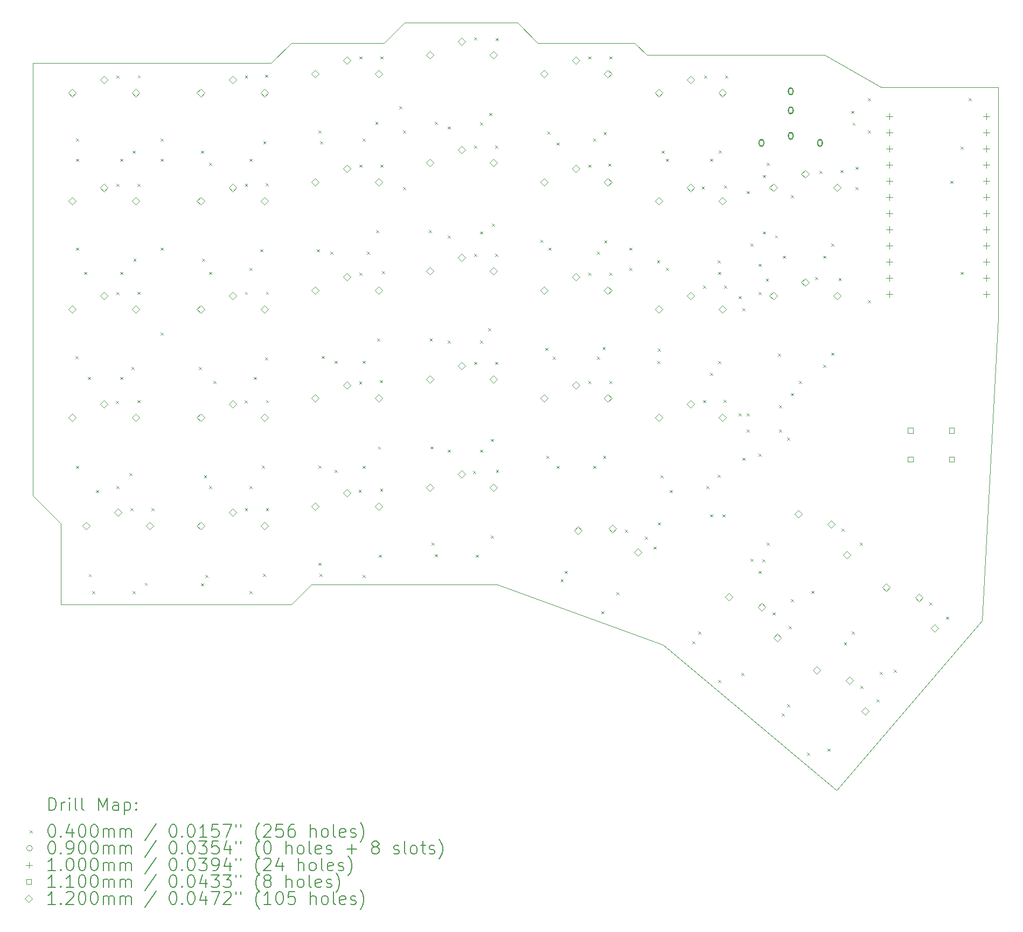
<source format=gbr>
%FSLAX45Y45*%
G04 Gerber Fmt 4.5, Leading zero omitted, Abs format (unit mm)*
G04 Created by KiCad (PCBNEW (6.0.5)) date 2022-05-24 22:08:34*
%MOMM*%
%LPD*%
G01*
G04 APERTURE LIST*
%TA.AperFunction,Profile*%
%ADD10C,0.100000*%
%TD*%
%ADD11C,0.200000*%
%ADD12C,0.040000*%
%ADD13C,0.090000*%
%ADD14C,0.100000*%
%ADD15C,0.110000*%
%ADD16C,0.120000*%
G04 APERTURE END LIST*
D10*
X11557000Y-4889500D02*
X11239500Y-4572000D01*
X13271500Y-5080000D02*
X13081000Y-4889500D01*
X16065500Y-5080000D02*
X13271500Y-5080000D01*
X9461500Y-4572000D02*
X9144000Y-4889500D01*
X9144000Y-4889500D02*
X7683500Y-4889500D01*
X16954500Y-5588000D02*
X16065500Y-5080000D01*
X4064000Y-12446000D02*
X4064000Y-13716000D01*
X16256000Y-16637000D02*
X18542000Y-13970000D01*
X7366000Y-5207000D02*
X3619500Y-5207000D01*
X13081000Y-4889500D02*
X11557000Y-4889500D01*
X18542000Y-13970000D02*
X18796000Y-9207500D01*
X11239500Y-4572000D02*
X9461500Y-4572000D01*
X18796000Y-5588000D02*
X16954500Y-5588000D01*
X3619500Y-5207000D02*
X3619500Y-12001500D01*
X3619500Y-12001500D02*
X4064000Y-12446000D01*
X18796000Y-9207500D02*
X18796000Y-5588000D01*
X7683500Y-13716000D02*
X8001000Y-13398500D01*
X7683500Y-4889500D02*
X7366000Y-5207000D01*
X8001000Y-13398500D02*
X10922000Y-13398500D01*
X4064000Y-13716000D02*
X7683500Y-13716000D01*
X10922000Y-13398500D02*
X13525500Y-14351000D01*
X13525500Y-14351000D02*
X16256000Y-16637000D01*
D11*
D12*
X4291789Y-9816289D02*
X4331789Y-9856289D01*
X4331789Y-9816289D02*
X4291789Y-9856289D01*
X4298000Y-6393500D02*
X4338000Y-6433500D01*
X4338000Y-6393500D02*
X4298000Y-6433500D01*
X4298000Y-6711000D02*
X4338000Y-6751000D01*
X4338000Y-6711000D02*
X4298000Y-6751000D01*
X4298000Y-8108000D02*
X4338000Y-8148000D01*
X4338000Y-8108000D02*
X4298000Y-8148000D01*
X4298000Y-11537000D02*
X4338000Y-11577000D01*
X4338000Y-11537000D02*
X4298000Y-11577000D01*
X4425000Y-8489000D02*
X4465000Y-8529000D01*
X4465000Y-8489000D02*
X4425000Y-8529000D01*
X4488500Y-10140000D02*
X4528500Y-10180000D01*
X4528500Y-10140000D02*
X4488500Y-10180000D01*
X4500434Y-13239566D02*
X4540434Y-13279566D01*
X4540434Y-13239566D02*
X4500434Y-13279566D01*
X4552000Y-13505500D02*
X4592000Y-13545500D01*
X4592000Y-13505500D02*
X4552000Y-13545500D01*
X4615500Y-11918000D02*
X4655500Y-11958000D01*
X4655500Y-11918000D02*
X4615500Y-11958000D01*
X4925635Y-10513635D02*
X4965635Y-10553635D01*
X4965635Y-10513635D02*
X4925635Y-10553635D01*
X4932885Y-8806385D02*
X4972885Y-8846385D01*
X4972885Y-8806385D02*
X4932885Y-8846385D01*
X4933000Y-11854500D02*
X4973000Y-11894500D01*
X4973000Y-11854500D02*
X4933000Y-11894500D01*
X4936163Y-5403106D02*
X4976163Y-5443106D01*
X4976163Y-5403106D02*
X4936163Y-5443106D01*
X4936163Y-7103106D02*
X4976163Y-7143106D01*
X4976163Y-7103106D02*
X4936163Y-7143106D01*
X4996500Y-6711000D02*
X5036500Y-6751000D01*
X5036500Y-6711000D02*
X4996500Y-6751000D01*
X4996500Y-8489000D02*
X5036500Y-8529000D01*
X5036500Y-8489000D02*
X4996500Y-8529000D01*
X4996500Y-10140000D02*
X5036500Y-10180000D01*
X5036500Y-10140000D02*
X4996500Y-10180000D01*
X5137260Y-11650240D02*
X5177260Y-11690240D01*
X5177260Y-11650240D02*
X5137260Y-11690240D01*
X5154760Y-12203260D02*
X5194760Y-12243260D01*
X5194760Y-12203260D02*
X5154760Y-12243260D01*
X5170000Y-9982980D02*
X5210000Y-10022980D01*
X5210000Y-9982980D02*
X5170000Y-10022980D01*
X5187000Y-13505500D02*
X5227000Y-13545500D01*
X5227000Y-13505500D02*
X5187000Y-13545500D01*
X5188020Y-6582980D02*
X5228020Y-6622980D01*
X5228020Y-6582980D02*
X5188020Y-6622980D01*
X5202520Y-8282980D02*
X5242520Y-8322980D01*
X5242520Y-8282980D02*
X5202520Y-8322980D01*
X5266163Y-7103106D02*
X5306163Y-7143106D01*
X5306163Y-7103106D02*
X5266163Y-7143106D01*
X5266163Y-8803106D02*
X5306163Y-8843106D01*
X5306163Y-8803106D02*
X5266163Y-8843106D01*
X5266163Y-10503106D02*
X5306163Y-10543106D01*
X5306163Y-10503106D02*
X5266163Y-10543106D01*
X5271135Y-5398135D02*
X5311135Y-5438135D01*
X5311135Y-5398135D02*
X5271135Y-5438135D01*
X5380885Y-13375115D02*
X5420885Y-13415115D01*
X5420885Y-13375115D02*
X5380885Y-13415115D01*
X5484913Y-12203106D02*
X5524913Y-12243106D01*
X5524913Y-12203106D02*
X5484913Y-12243106D01*
X5631500Y-6393500D02*
X5671500Y-6433500D01*
X5671500Y-6393500D02*
X5631500Y-6433500D01*
X5631500Y-6711000D02*
X5671500Y-6751000D01*
X5671500Y-6711000D02*
X5631500Y-6751000D01*
X5631500Y-8108000D02*
X5671500Y-8148000D01*
X5671500Y-8108000D02*
X5631500Y-8148000D01*
X5631500Y-9441500D02*
X5671500Y-9481500D01*
X5671500Y-9441500D02*
X5631500Y-9481500D01*
X6233020Y-9982980D02*
X6273020Y-10022980D01*
X6273020Y-9982980D02*
X6233020Y-10022980D01*
X6262020Y-13382980D02*
X6302020Y-13422980D01*
X6302020Y-13382980D02*
X6262020Y-13422980D01*
X6267520Y-6582980D02*
X6307520Y-6622980D01*
X6307520Y-6582980D02*
X6267520Y-6622980D01*
X6282020Y-8282980D02*
X6322020Y-8322980D01*
X6322020Y-8282980D02*
X6282020Y-8322980D01*
X6311020Y-11682980D02*
X6351020Y-11722980D01*
X6351020Y-11682980D02*
X6311020Y-11722980D01*
X6330000Y-13251500D02*
X6370000Y-13291500D01*
X6370000Y-13251500D02*
X6330000Y-13291500D01*
X6393500Y-6774500D02*
X6433500Y-6814500D01*
X6433500Y-6774500D02*
X6393500Y-6814500D01*
X6393500Y-8489000D02*
X6433500Y-8529000D01*
X6433500Y-8489000D02*
X6393500Y-8529000D01*
X6393500Y-11854500D02*
X6433500Y-11894500D01*
X6433500Y-11854500D02*
X6393500Y-11894500D01*
X6457000Y-10203500D02*
X6497000Y-10243500D01*
X6497000Y-10203500D02*
X6457000Y-10243500D01*
X6951009Y-10507010D02*
X6991009Y-10547010D01*
X6991009Y-10507010D02*
X6951009Y-10547010D01*
X6954913Y-5403106D02*
X6994913Y-5443106D01*
X6994913Y-5403106D02*
X6954913Y-5443106D01*
X6954913Y-7103106D02*
X6994913Y-7143106D01*
X6994913Y-7103106D02*
X6954913Y-7143106D01*
X6954913Y-8803106D02*
X6994913Y-8843106D01*
X6994913Y-8803106D02*
X6954913Y-8843106D01*
X6954913Y-12203106D02*
X6994913Y-12243106D01*
X6994913Y-12203106D02*
X6954913Y-12243106D01*
X7028500Y-6711000D02*
X7068500Y-6751000D01*
X7068500Y-6711000D02*
X7028500Y-6751000D01*
X7028500Y-8425500D02*
X7068500Y-8465500D01*
X7068500Y-8425500D02*
X7028500Y-8465500D01*
X7028500Y-11854500D02*
X7068500Y-11894500D01*
X7068500Y-11854500D02*
X7028500Y-11894500D01*
X7028500Y-13505500D02*
X7068500Y-13545500D01*
X7068500Y-13505500D02*
X7028500Y-13545500D01*
X7092000Y-10140000D02*
X7132000Y-10180000D01*
X7132000Y-10140000D02*
X7092000Y-10180000D01*
X7194020Y-8132980D02*
X7234020Y-8172980D01*
X7234020Y-8132980D02*
X7194020Y-8172980D01*
X7223020Y-11532980D02*
X7263020Y-11572980D01*
X7263020Y-11532980D02*
X7223020Y-11572980D01*
X7237520Y-13232980D02*
X7277520Y-13272980D01*
X7277520Y-13232980D02*
X7237520Y-13272980D01*
X7243020Y-6432980D02*
X7283020Y-6472980D01*
X7283020Y-6432980D02*
X7243020Y-6472980D01*
X7270903Y-5389097D02*
X7310903Y-5429097D01*
X7310903Y-5389097D02*
X7270903Y-5429097D01*
X7272020Y-9832980D02*
X7312020Y-9872980D01*
X7312020Y-9832980D02*
X7272020Y-9872980D01*
X7278153Y-7096347D02*
X7318153Y-7136347D01*
X7318153Y-7096347D02*
X7278153Y-7136347D01*
X7284913Y-8803106D02*
X7324913Y-8843106D01*
X7324913Y-8803106D02*
X7284913Y-8843106D01*
X7284913Y-10503106D02*
X7324913Y-10543106D01*
X7324913Y-10503106D02*
X7284913Y-10543106D01*
X7284913Y-12203106D02*
X7324913Y-12243106D01*
X7324913Y-12203106D02*
X7284913Y-12243106D01*
X8083020Y-8132980D02*
X8123020Y-8172980D01*
X8123020Y-8132980D02*
X8083020Y-8172980D01*
X8108000Y-6266500D02*
X8148000Y-6306500D01*
X8148000Y-6266500D02*
X8108000Y-6306500D01*
X8108000Y-13061000D02*
X8148000Y-13101000D01*
X8148000Y-13061000D02*
X8108000Y-13101000D01*
X8112020Y-11532980D02*
X8152020Y-11572980D01*
X8152020Y-11532980D02*
X8112020Y-11572980D01*
X8126520Y-13232980D02*
X8166520Y-13272980D01*
X8166520Y-13232980D02*
X8126520Y-13272980D01*
X8134750Y-6432980D02*
X8174750Y-6472980D01*
X8174750Y-6432980D02*
X8134750Y-6472980D01*
X8158365Y-9809365D02*
X8198365Y-9849365D01*
X8198365Y-9809365D02*
X8158365Y-9849365D01*
X8298500Y-8171500D02*
X8338500Y-8211500D01*
X8338500Y-8171500D02*
X8298500Y-8211500D01*
X8362000Y-9886000D02*
X8402000Y-9926000D01*
X8402000Y-9886000D02*
X8362000Y-9926000D01*
X8362000Y-11600500D02*
X8402000Y-11640500D01*
X8402000Y-11600500D02*
X8362000Y-11640500D01*
X8741510Y-11916509D02*
X8781510Y-11956509D01*
X8781510Y-11916509D02*
X8741510Y-11956509D01*
X8748760Y-10209260D02*
X8788760Y-10249260D01*
X8788760Y-10209260D02*
X8748760Y-10249260D01*
X8754913Y-5103106D02*
X8794913Y-5143106D01*
X8794913Y-5103106D02*
X8754913Y-5143106D01*
X8754913Y-6803106D02*
X8794913Y-6843106D01*
X8794913Y-6803106D02*
X8754913Y-6843106D01*
X8754913Y-8503106D02*
X8794913Y-8543106D01*
X8794913Y-8503106D02*
X8754913Y-8543106D01*
X8806500Y-6393500D02*
X8846500Y-6433500D01*
X8846500Y-6393500D02*
X8806500Y-6433500D01*
X8806500Y-9886000D02*
X8846500Y-9926000D01*
X8846500Y-9886000D02*
X8806500Y-9926000D01*
X8806500Y-11537000D02*
X8846500Y-11577000D01*
X8846500Y-11537000D02*
X8806500Y-11577000D01*
X8806500Y-13251500D02*
X8846500Y-13291500D01*
X8846500Y-13251500D02*
X8806500Y-13291500D01*
X8870000Y-8171500D02*
X8910000Y-8211500D01*
X8910000Y-8171500D02*
X8870000Y-8211500D01*
X9003520Y-6132980D02*
X9043520Y-6172980D01*
X9043520Y-6132980D02*
X9003520Y-6172980D01*
X9018020Y-7832980D02*
X9058020Y-7872980D01*
X9058020Y-7832980D02*
X9018020Y-7872980D01*
X9032520Y-9532980D02*
X9072520Y-9572980D01*
X9072520Y-9532980D02*
X9032520Y-9572980D01*
X9047020Y-11232980D02*
X9087020Y-11272980D01*
X9087020Y-11232980D02*
X9047020Y-11272980D01*
X9061520Y-12932980D02*
X9101520Y-12972980D01*
X9101520Y-12932980D02*
X9061520Y-12972980D01*
X9072903Y-10191097D02*
X9112903Y-10231097D01*
X9112903Y-10191097D02*
X9072903Y-10231097D01*
X9080153Y-11898347D02*
X9120153Y-11938347D01*
X9120153Y-11898347D02*
X9080153Y-11938347D01*
X9082903Y-5101097D02*
X9122903Y-5141097D01*
X9122903Y-5101097D02*
X9082903Y-5141097D01*
X9084913Y-6803106D02*
X9124913Y-6843106D01*
X9124913Y-6803106D02*
X9084913Y-6843106D01*
X9111510Y-8476510D02*
X9151510Y-8516510D01*
X9151510Y-8476510D02*
X9111510Y-8516510D01*
X9378000Y-5885500D02*
X9418000Y-5925500D01*
X9418000Y-5885500D02*
X9378000Y-5925500D01*
X9441500Y-6266500D02*
X9481500Y-6306500D01*
X9481500Y-6266500D02*
X9441500Y-6306500D01*
X9441500Y-7155500D02*
X9481500Y-7195500D01*
X9481500Y-7155500D02*
X9441500Y-7195500D01*
X9843520Y-7832980D02*
X9883520Y-7872980D01*
X9883520Y-7832980D02*
X9843520Y-7872980D01*
X9858020Y-9532980D02*
X9898020Y-9572980D01*
X9898020Y-9532980D02*
X9858020Y-9572980D01*
X9872520Y-11232980D02*
X9912520Y-11272980D01*
X9912520Y-11232980D02*
X9872520Y-11272980D01*
X9886000Y-12743500D02*
X9926000Y-12783500D01*
X9926000Y-12743500D02*
X9886000Y-12783500D01*
X9938865Y-6128865D02*
X9978865Y-6168865D01*
X9978865Y-6128865D02*
X9938865Y-6168865D01*
X9941615Y-12926115D02*
X9981615Y-12966115D01*
X9981615Y-12926115D02*
X9941615Y-12966115D01*
X10140000Y-6203000D02*
X10180000Y-6243000D01*
X10180000Y-6203000D02*
X10140000Y-6243000D01*
X10140000Y-7917500D02*
X10180000Y-7957500D01*
X10180000Y-7917500D02*
X10140000Y-7957500D01*
X10140000Y-9568500D02*
X10180000Y-9608500D01*
X10180000Y-9568500D02*
X10140000Y-9608500D01*
X10140000Y-11283000D02*
X10180000Y-11323000D01*
X10180000Y-11283000D02*
X10140000Y-11323000D01*
X10539260Y-11618760D02*
X10579260Y-11658760D01*
X10579260Y-11618760D02*
X10539260Y-11658760D01*
X10554913Y-4803106D02*
X10594913Y-4843106D01*
X10594913Y-4803106D02*
X10554913Y-4843106D01*
X10554913Y-6503106D02*
X10594913Y-6543106D01*
X10594913Y-6503106D02*
X10554913Y-6543106D01*
X10554913Y-8203106D02*
X10594913Y-8243106D01*
X10594913Y-8203106D02*
X10554913Y-8243106D01*
X10554913Y-9903106D02*
X10594913Y-9943106D01*
X10594913Y-9903106D02*
X10554913Y-9943106D01*
X10584500Y-12934000D02*
X10624500Y-12974000D01*
X10624500Y-12934000D02*
X10584500Y-12974000D01*
X10648000Y-6139500D02*
X10688000Y-6179500D01*
X10688000Y-6139500D02*
X10648000Y-6179500D01*
X10648000Y-7854000D02*
X10688000Y-7894000D01*
X10688000Y-7854000D02*
X10648000Y-7894000D01*
X10648000Y-9568500D02*
X10688000Y-9608500D01*
X10688000Y-9568500D02*
X10648000Y-9608500D01*
X10648000Y-11283000D02*
X10688000Y-11323000D01*
X10688000Y-11283000D02*
X10648000Y-11323000D01*
X10779385Y-9373615D02*
X10819385Y-9413615D01*
X10819385Y-9373615D02*
X10779385Y-9413615D01*
X10796635Y-5990865D02*
X10836635Y-6030865D01*
X10836635Y-5990865D02*
X10796635Y-6030865D01*
X10818385Y-11112615D02*
X10858385Y-11152615D01*
X10858385Y-11112615D02*
X10818385Y-11152615D01*
X10822020Y-12632980D02*
X10862020Y-12672980D01*
X10862020Y-12632980D02*
X10822020Y-12672980D01*
X10835635Y-7729865D02*
X10875635Y-7769865D01*
X10875635Y-7729865D02*
X10835635Y-7769865D01*
X10884913Y-6503106D02*
X10924913Y-6543106D01*
X10924913Y-6503106D02*
X10884913Y-6543106D01*
X10884913Y-8203106D02*
X10924913Y-8243106D01*
X10924913Y-8203106D02*
X10884913Y-8243106D01*
X10884913Y-9903106D02*
X10924913Y-9943106D01*
X10924913Y-9903106D02*
X10884913Y-9943106D01*
X10894903Y-4813097D02*
X10934903Y-4853097D01*
X10934903Y-4813097D02*
X10894903Y-4853097D01*
X10899394Y-11603106D02*
X10939394Y-11643106D01*
X10939394Y-11603106D02*
X10899394Y-11643106D01*
X11598520Y-7982980D02*
X11638520Y-8022980D01*
X11638520Y-7982980D02*
X11598520Y-8022980D01*
X11676520Y-9682980D02*
X11716520Y-9722980D01*
X11716520Y-9682980D02*
X11676520Y-9722980D01*
X11691020Y-11382980D02*
X11731020Y-11422980D01*
X11731020Y-11382980D02*
X11691020Y-11422980D01*
X11711020Y-6282980D02*
X11751020Y-6322980D01*
X11751020Y-6282980D02*
X11711020Y-6322980D01*
X11727500Y-8108000D02*
X11767500Y-8148000D01*
X11767500Y-8108000D02*
X11727500Y-8148000D01*
X11791000Y-9822500D02*
X11831000Y-9862500D01*
X11831000Y-9822500D02*
X11791000Y-9862500D01*
X11854500Y-6457000D02*
X11894500Y-6497000D01*
X11894500Y-6457000D02*
X11854500Y-6497000D01*
X11854500Y-11537000D02*
X11894500Y-11577000D01*
X11894500Y-11537000D02*
X11854500Y-11577000D01*
X11915430Y-13317570D02*
X11955430Y-13357570D01*
X11955430Y-13317570D02*
X11915430Y-13357570D01*
X11981500Y-13188000D02*
X12021500Y-13228000D01*
X12021500Y-13188000D02*
X11981500Y-13228000D01*
X12354913Y-5103106D02*
X12394913Y-5143106D01*
X12394913Y-5103106D02*
X12354913Y-5143106D01*
X12354913Y-6803106D02*
X12394913Y-6843106D01*
X12394913Y-6803106D02*
X12354913Y-6843106D01*
X12354913Y-8503106D02*
X12394913Y-8543106D01*
X12394913Y-8503106D02*
X12354913Y-8543106D01*
X12354913Y-10203106D02*
X12394913Y-10243106D01*
X12394913Y-10203106D02*
X12354913Y-10243106D01*
X12426000Y-6393500D02*
X12466000Y-6433500D01*
X12466000Y-6393500D02*
X12426000Y-6433500D01*
X12426000Y-11537000D02*
X12466000Y-11577000D01*
X12466000Y-11537000D02*
X12426000Y-11577000D01*
X12489500Y-8171500D02*
X12529500Y-8211500D01*
X12529500Y-8171500D02*
X12489500Y-8211500D01*
X12489500Y-9822500D02*
X12529500Y-9862500D01*
X12529500Y-9822500D02*
X12489500Y-9862500D01*
X12553000Y-13823000D02*
X12593000Y-13863000D01*
X12593000Y-13823000D02*
X12553000Y-13863000D01*
X12577135Y-9671365D02*
X12617135Y-9711365D01*
X12617135Y-9671365D02*
X12577135Y-9711365D01*
X12584385Y-11378615D02*
X12624385Y-11418615D01*
X12624385Y-11378615D02*
X12584385Y-11418615D01*
X12594385Y-6288615D02*
X12634385Y-6328615D01*
X12634385Y-6288615D02*
X12594385Y-6328615D01*
X12601635Y-7995865D02*
X12641635Y-8035865D01*
X12641635Y-7995865D02*
X12601635Y-8035865D01*
X12668153Y-6786347D02*
X12708153Y-6826347D01*
X12708153Y-6786347D02*
X12668153Y-6826347D01*
X12682653Y-10200847D02*
X12722653Y-10240847D01*
X12722653Y-10200847D02*
X12682653Y-10240847D01*
X12684913Y-5103106D02*
X12724913Y-5143106D01*
X12724913Y-5103106D02*
X12684913Y-5143106D01*
X12684913Y-8503106D02*
X12724913Y-8543106D01*
X12724913Y-8503106D02*
X12684913Y-8543106D01*
X12792714Y-13519786D02*
X12832714Y-13559786D01*
X12832714Y-13519786D02*
X12792714Y-13559786D01*
X12930037Y-12538783D02*
X12970037Y-12578783D01*
X12970037Y-12538783D02*
X12930037Y-12578783D01*
X12997500Y-8108000D02*
X13037500Y-8148000D01*
X13037500Y-8108000D02*
X12997500Y-8148000D01*
X12997500Y-8425500D02*
X13037500Y-8465500D01*
X13037500Y-8425500D02*
X12997500Y-8465500D01*
X13240136Y-12651650D02*
X13280136Y-12691650D01*
X13280136Y-12651650D02*
X13240136Y-12691650D01*
X13378500Y-12807000D02*
X13418500Y-12847000D01*
X13418500Y-12807000D02*
X13378500Y-12847000D01*
X13432620Y-8307880D02*
X13472620Y-8347880D01*
X13472620Y-8307880D02*
X13432620Y-8347880D01*
X13433064Y-9887431D02*
X13473064Y-9927431D01*
X13473064Y-9887431D02*
X13433064Y-9927431D01*
X13442000Y-9695500D02*
X13482000Y-9735500D01*
X13482000Y-9695500D02*
X13442000Y-9735500D01*
X13442000Y-12426000D02*
X13482000Y-12466000D01*
X13482000Y-12426000D02*
X13442000Y-12466000D01*
X13486520Y-11682980D02*
X13526520Y-11722980D01*
X13526520Y-11682980D02*
X13486520Y-11722980D01*
X13506520Y-6582980D02*
X13546520Y-6622980D01*
X13546520Y-6582980D02*
X13506520Y-6622980D01*
X13569000Y-6711000D02*
X13609000Y-6751000D01*
X13609000Y-6711000D02*
X13569000Y-6751000D01*
X13569000Y-8425500D02*
X13609000Y-8465500D01*
X13609000Y-8425500D02*
X13569000Y-8465500D01*
X13632500Y-11918000D02*
X13672500Y-11958000D01*
X13672500Y-11918000D02*
X13632500Y-11958000D01*
X13985380Y-14295620D02*
X14025380Y-14335620D01*
X14025380Y-14295620D02*
X13985380Y-14335620D01*
X14077000Y-14140500D02*
X14117000Y-14180500D01*
X14117000Y-14140500D02*
X14077000Y-14180500D01*
X14133959Y-7148959D02*
X14173959Y-7188959D01*
X14173959Y-7148959D02*
X14133959Y-7188959D01*
X14154913Y-8707406D02*
X14194913Y-8747406D01*
X14194913Y-8707406D02*
X14154913Y-8747406D01*
X14154913Y-10503106D02*
X14194913Y-10543106D01*
X14194913Y-10503106D02*
X14154913Y-10543106D01*
X14169913Y-5403106D02*
X14209913Y-5443106D01*
X14209913Y-5403106D02*
X14169913Y-5443106D01*
X14204000Y-11854500D02*
X14244000Y-11894500D01*
X14244000Y-11854500D02*
X14204000Y-11894500D01*
X14267500Y-6711000D02*
X14307500Y-6751000D01*
X14307500Y-6711000D02*
X14267500Y-6751000D01*
X14267500Y-10076500D02*
X14307500Y-10116500D01*
X14307500Y-10076500D02*
X14267500Y-10116500D01*
X14267500Y-12299000D02*
X14307500Y-12339000D01*
X14307500Y-12299000D02*
X14267500Y-12339000D01*
X14382135Y-11676365D02*
X14422135Y-11716365D01*
X14422135Y-11676365D02*
X14382135Y-11716365D01*
X14386935Y-8306065D02*
X14426935Y-8346065D01*
X14426935Y-8306065D02*
X14386935Y-8346065D01*
X14390985Y-9889515D02*
X14430985Y-9929515D01*
X14430985Y-9889515D02*
X14390985Y-9929515D01*
X14394500Y-8489000D02*
X14434500Y-8529000D01*
X14434500Y-8489000D02*
X14394500Y-8529000D01*
X14394500Y-14902500D02*
X14434500Y-14942500D01*
X14434500Y-14902500D02*
X14394500Y-14942500D01*
X14399635Y-6578865D02*
X14439635Y-6618865D01*
X14439635Y-6578865D02*
X14399635Y-6618865D01*
X14458000Y-12299000D02*
X14498000Y-12339000D01*
X14498000Y-12299000D02*
X14458000Y-12339000D01*
X14480403Y-10498597D02*
X14520403Y-10538597D01*
X14520403Y-10498597D02*
X14480403Y-10538597D01*
X14484913Y-7128006D02*
X14524913Y-7168006D01*
X14524913Y-7128006D02*
X14484913Y-7168006D01*
X14484913Y-8707406D02*
X14524913Y-8747406D01*
X14524913Y-8707406D02*
X14484913Y-8747406D01*
X14500750Y-5401440D02*
X14540750Y-5441440D01*
X14540750Y-5401440D02*
X14500750Y-5441440D01*
X14712000Y-8870000D02*
X14752000Y-8910000D01*
X14752000Y-8870000D02*
X14712000Y-8910000D01*
X14712000Y-10711500D02*
X14752000Y-10751500D01*
X14752000Y-10711500D02*
X14712000Y-10751500D01*
X14757473Y-14793527D02*
X14797473Y-14833527D01*
X14797473Y-14793527D02*
X14757473Y-14833527D01*
X14775500Y-9060500D02*
X14815500Y-9100500D01*
X14815500Y-9060500D02*
X14775500Y-9100500D01*
X14775500Y-11410000D02*
X14815500Y-11450000D01*
X14815500Y-11410000D02*
X14775500Y-11450000D01*
X14839000Y-7219000D02*
X14879000Y-7259000D01*
X14879000Y-7219000D02*
X14839000Y-7259000D01*
X14839000Y-10711500D02*
X14879000Y-10751500D01*
X14879000Y-10711500D02*
X14839000Y-10751500D01*
X14839000Y-10965500D02*
X14879000Y-11005500D01*
X14879000Y-10965500D02*
X14839000Y-11005500D01*
X14902500Y-8044500D02*
X14942500Y-8084500D01*
X14942500Y-8044500D02*
X14902500Y-8084500D01*
X14902500Y-12997500D02*
X14942500Y-13037500D01*
X14942500Y-12997500D02*
X14902500Y-13037500D01*
X15029500Y-8362000D02*
X15069500Y-8402000D01*
X15069500Y-8362000D02*
X15029500Y-8402000D01*
X15029500Y-8806500D02*
X15069500Y-8846500D01*
X15069500Y-8806500D02*
X15029500Y-8846500D01*
X15029500Y-11346500D02*
X15069500Y-11386500D01*
X15069500Y-11346500D02*
X15029500Y-11386500D01*
X15029500Y-13188000D02*
X15069500Y-13228000D01*
X15069500Y-13188000D02*
X15029500Y-13228000D01*
X15087637Y-13002863D02*
X15127637Y-13042863D01*
X15127637Y-13002863D02*
X15087637Y-13042863D01*
X15093000Y-6965000D02*
X15133000Y-7005000D01*
X15133000Y-6965000D02*
X15093000Y-7005000D01*
X15093000Y-7854000D02*
X15133000Y-7894000D01*
X15133000Y-7854000D02*
X15093000Y-7894000D01*
X15141095Y-8592445D02*
X15181095Y-8632445D01*
X15181095Y-8592445D02*
X15141095Y-8632445D01*
X15156500Y-6774500D02*
X15196500Y-6814500D01*
X15196500Y-6774500D02*
X15156500Y-6814500D01*
X15156500Y-12743500D02*
X15196500Y-12783500D01*
X15196500Y-12743500D02*
X15156500Y-12783500D01*
X15250353Y-13840451D02*
X15290353Y-13880451D01*
X15290353Y-13840451D02*
X15250353Y-13880451D01*
X15287184Y-7913816D02*
X15327184Y-7953816D01*
X15327184Y-7913816D02*
X15287184Y-7953816D01*
X15335520Y-9770480D02*
X15375520Y-9810480D01*
X15375520Y-9770480D02*
X15335520Y-9810480D01*
X15347000Y-10584500D02*
X15387000Y-10624500D01*
X15387000Y-10584500D02*
X15347000Y-10624500D01*
X15347000Y-10965500D02*
X15387000Y-11005500D01*
X15387000Y-10965500D02*
X15347000Y-11005500D01*
X15392473Y-15428527D02*
X15432473Y-15468527D01*
X15432473Y-15428527D02*
X15392473Y-15468527D01*
X15410500Y-8235000D02*
X15450500Y-8275000D01*
X15450500Y-8235000D02*
X15410500Y-8275000D01*
X15474000Y-11092500D02*
X15514000Y-11132500D01*
X15514000Y-11092500D02*
X15474000Y-11132500D01*
X15474000Y-15283500D02*
X15514000Y-15323500D01*
X15514000Y-15283500D02*
X15474000Y-15323500D01*
X15503148Y-14052571D02*
X15543148Y-14092571D01*
X15543148Y-14052571D02*
X15503148Y-14092571D01*
X15537500Y-7282500D02*
X15577500Y-7322500D01*
X15577500Y-7282500D02*
X15537500Y-7322500D01*
X15537500Y-10394000D02*
X15577500Y-10434000D01*
X15577500Y-10394000D02*
X15537500Y-10434000D01*
X15537500Y-13632500D02*
X15577500Y-13672500D01*
X15577500Y-13632500D02*
X15537500Y-13672500D01*
X15664500Y-10203500D02*
X15704500Y-10243500D01*
X15704500Y-10203500D02*
X15664500Y-10243500D01*
X15791500Y-16045500D02*
X15831500Y-16085500D01*
X15831500Y-16045500D02*
X15791500Y-16085500D01*
X15859730Y-13500770D02*
X15899730Y-13540770D01*
X15899730Y-13500770D02*
X15859730Y-13540770D01*
X15918500Y-8570605D02*
X15958500Y-8610605D01*
X15958500Y-8570605D02*
X15918500Y-8610605D01*
X15982000Y-6901500D02*
X16022000Y-6941500D01*
X16022000Y-6901500D02*
X15982000Y-6941500D01*
X16045500Y-8235000D02*
X16085500Y-8275000D01*
X16085500Y-8235000D02*
X16045500Y-8275000D01*
X16045500Y-9949500D02*
X16085500Y-9989500D01*
X16085500Y-9949500D02*
X16045500Y-9989500D01*
X16109000Y-15982000D02*
X16149000Y-16022000D01*
X16149000Y-15982000D02*
X16109000Y-16022000D01*
X16172500Y-8044500D02*
X16212500Y-8084500D01*
X16212500Y-8044500D02*
X16172500Y-8084500D01*
X16172500Y-9759000D02*
X16212500Y-9799000D01*
X16212500Y-9759000D02*
X16172500Y-9799000D01*
X16285750Y-8588940D02*
X16325750Y-8628940D01*
X16325750Y-8588940D02*
X16285750Y-8628940D01*
X16312060Y-6888940D02*
X16352060Y-6928940D01*
X16352060Y-6888940D02*
X16312060Y-6928940D01*
X16328708Y-12523792D02*
X16368708Y-12563792D01*
X16368708Y-12523792D02*
X16328708Y-12563792D01*
X16368793Y-14307668D02*
X16408793Y-14347668D01*
X16408793Y-14307668D02*
X16368793Y-14347668D01*
X16482990Y-5956010D02*
X16522990Y-5996010D01*
X16522990Y-5956010D02*
X16482990Y-5996010D01*
X16490000Y-14140500D02*
X16530000Y-14180500D01*
X16530000Y-14140500D02*
X16490000Y-14180500D01*
X16505240Y-6143260D02*
X16545240Y-6183260D01*
X16545240Y-6143260D02*
X16505240Y-6183260D01*
X16553500Y-6838000D02*
X16593500Y-6878000D01*
X16593500Y-6838000D02*
X16553500Y-6878000D01*
X16553500Y-7155500D02*
X16593500Y-7195500D01*
X16593500Y-7155500D02*
X16553500Y-7195500D01*
X16617000Y-12743500D02*
X16657000Y-12783500D01*
X16657000Y-12743500D02*
X16617000Y-12783500D01*
X16629233Y-14997469D02*
X16669233Y-15037469D01*
X16669233Y-14997469D02*
X16629233Y-15037469D01*
X16744000Y-5758500D02*
X16784000Y-5798500D01*
X16784000Y-5758500D02*
X16744000Y-5798500D01*
X16744000Y-6266500D02*
X16784000Y-6306500D01*
X16784000Y-6266500D02*
X16744000Y-6306500D01*
X16744000Y-8933500D02*
X16784000Y-8973500D01*
X16784000Y-8933500D02*
X16744000Y-8973500D01*
X16882028Y-15209589D02*
X16922028Y-15249589D01*
X16922028Y-15209589D02*
X16882028Y-15249589D01*
X16934500Y-14775500D02*
X16974500Y-14815500D01*
X16974500Y-14775500D02*
X16934500Y-14815500D01*
X17149958Y-14742204D02*
X17189958Y-14782204D01*
X17189958Y-14742204D02*
X17149958Y-14782204D01*
X17709639Y-13682861D02*
X17749639Y-13722861D01*
X17749639Y-13682861D02*
X17709639Y-13722861D01*
X17974767Y-13907313D02*
X18014767Y-13947313D01*
X18014767Y-13907313D02*
X17974767Y-13947313D01*
X18044360Y-7058860D02*
X18084360Y-7098860D01*
X18084360Y-7058860D02*
X18044360Y-7098860D01*
X18204500Y-6520500D02*
X18244500Y-6560500D01*
X18244500Y-6520500D02*
X18204500Y-6560500D01*
X18204500Y-8489000D02*
X18244500Y-8529000D01*
X18244500Y-8489000D02*
X18204500Y-8529000D01*
X18331500Y-5758500D02*
X18371500Y-5798500D01*
X18371500Y-5758500D02*
X18331500Y-5798500D01*
D13*
X15118500Y-6460750D02*
G75*
G03*
X15118500Y-6460750I-45000J0D01*
G01*
D11*
X15038500Y-6440750D02*
X15038500Y-6480750D01*
X15108500Y-6440750D02*
X15108500Y-6480750D01*
X15038500Y-6480750D02*
G75*
G03*
X15108500Y-6480750I35000J0D01*
G01*
X15108500Y-6440750D02*
G75*
G03*
X15038500Y-6440750I-35000J0D01*
G01*
D13*
X15578500Y-5650750D02*
G75*
G03*
X15578500Y-5650750I-45000J0D01*
G01*
D11*
X15498500Y-5630750D02*
X15498500Y-5670750D01*
X15568500Y-5630750D02*
X15568500Y-5670750D01*
X15498500Y-5670750D02*
G75*
G03*
X15568500Y-5670750I35000J0D01*
G01*
X15568500Y-5630750D02*
G75*
G03*
X15498500Y-5630750I-35000J0D01*
G01*
D13*
X15578500Y-5950750D02*
G75*
G03*
X15578500Y-5950750I-45000J0D01*
G01*
D11*
X15498500Y-5930750D02*
X15498500Y-5970750D01*
X15568500Y-5930750D02*
X15568500Y-5970750D01*
X15498500Y-5970750D02*
G75*
G03*
X15568500Y-5970750I35000J0D01*
G01*
X15568500Y-5930750D02*
G75*
G03*
X15498500Y-5930750I-35000J0D01*
G01*
D13*
X15578500Y-6350750D02*
G75*
G03*
X15578500Y-6350750I-45000J0D01*
G01*
D11*
X15498500Y-6330750D02*
X15498500Y-6370750D01*
X15568500Y-6330750D02*
X15568500Y-6370750D01*
X15498500Y-6370750D02*
G75*
G03*
X15568500Y-6370750I35000J0D01*
G01*
X15568500Y-6330750D02*
G75*
G03*
X15498500Y-6330750I-35000J0D01*
G01*
D13*
X15579291Y-5651182D02*
G75*
G03*
X15579291Y-5651182I-45000J0D01*
G01*
D11*
X15569291Y-5671182D02*
X15569291Y-5631182D01*
X15499291Y-5671182D02*
X15499291Y-5631182D01*
X15569291Y-5631182D02*
G75*
G03*
X15499291Y-5631182I-35000J0D01*
G01*
X15499291Y-5671182D02*
G75*
G03*
X15569291Y-5671182I35000J0D01*
G01*
D13*
X15579291Y-5951182D02*
G75*
G03*
X15579291Y-5951182I-45000J0D01*
G01*
D11*
X15569291Y-5971182D02*
X15569291Y-5931182D01*
X15499291Y-5971182D02*
X15499291Y-5931182D01*
X15569291Y-5931182D02*
G75*
G03*
X15499291Y-5931182I-35000J0D01*
G01*
X15499291Y-5971182D02*
G75*
G03*
X15569291Y-5971182I35000J0D01*
G01*
D13*
X15579291Y-6351182D02*
G75*
G03*
X15579291Y-6351182I-45000J0D01*
G01*
D11*
X15569291Y-6371182D02*
X15569291Y-6331182D01*
X15499291Y-6371182D02*
X15499291Y-6331182D01*
X15569291Y-6331182D02*
G75*
G03*
X15499291Y-6331182I-35000J0D01*
G01*
X15499291Y-6371182D02*
G75*
G03*
X15569291Y-6371182I35000J0D01*
G01*
D13*
X16039291Y-6461182D02*
G75*
G03*
X16039291Y-6461182I-45000J0D01*
G01*
D11*
X16029291Y-6481182D02*
X16029291Y-6441182D01*
X15959291Y-6481182D02*
X15959291Y-6441182D01*
X16029291Y-6441182D02*
G75*
G03*
X15959291Y-6441182I-35000J0D01*
G01*
X15959291Y-6481182D02*
G75*
G03*
X16029291Y-6481182I35000J0D01*
G01*
D14*
X17082500Y-5993250D02*
X17082500Y-6093250D01*
X17032500Y-6043250D02*
X17132500Y-6043250D01*
X17082500Y-6247250D02*
X17082500Y-6347250D01*
X17032500Y-6297250D02*
X17132500Y-6297250D01*
X17082500Y-6501250D02*
X17082500Y-6601250D01*
X17032500Y-6551250D02*
X17132500Y-6551250D01*
X17082500Y-6755250D02*
X17082500Y-6855250D01*
X17032500Y-6805250D02*
X17132500Y-6805250D01*
X17082500Y-7009250D02*
X17082500Y-7109250D01*
X17032500Y-7059250D02*
X17132500Y-7059250D01*
X17082500Y-7263250D02*
X17082500Y-7363250D01*
X17032500Y-7313250D02*
X17132500Y-7313250D01*
X17082500Y-7517250D02*
X17082500Y-7617250D01*
X17032500Y-7567250D02*
X17132500Y-7567250D01*
X17082500Y-7771250D02*
X17082500Y-7871250D01*
X17032500Y-7821250D02*
X17132500Y-7821250D01*
X17082500Y-8025250D02*
X17082500Y-8125250D01*
X17032500Y-8075250D02*
X17132500Y-8075250D01*
X17082500Y-8279250D02*
X17082500Y-8379250D01*
X17032500Y-8329250D02*
X17132500Y-8329250D01*
X17082500Y-8533250D02*
X17082500Y-8633250D01*
X17032500Y-8583250D02*
X17132500Y-8583250D01*
X17082500Y-8787250D02*
X17082500Y-8887250D01*
X17032500Y-8837250D02*
X17132500Y-8837250D01*
X18606500Y-5993250D02*
X18606500Y-6093250D01*
X18556500Y-6043250D02*
X18656500Y-6043250D01*
X18606500Y-6247250D02*
X18606500Y-6347250D01*
X18556500Y-6297250D02*
X18656500Y-6297250D01*
X18606500Y-6501250D02*
X18606500Y-6601250D01*
X18556500Y-6551250D02*
X18656500Y-6551250D01*
X18606500Y-6755250D02*
X18606500Y-6855250D01*
X18556500Y-6805250D02*
X18656500Y-6805250D01*
X18606500Y-7009250D02*
X18606500Y-7109250D01*
X18556500Y-7059250D02*
X18656500Y-7059250D01*
X18606500Y-7263250D02*
X18606500Y-7363250D01*
X18556500Y-7313250D02*
X18656500Y-7313250D01*
X18606500Y-7517250D02*
X18606500Y-7617250D01*
X18556500Y-7567250D02*
X18656500Y-7567250D01*
X18606500Y-7771250D02*
X18606500Y-7871250D01*
X18556500Y-7821250D02*
X18656500Y-7821250D01*
X18606500Y-8025250D02*
X18606500Y-8125250D01*
X18556500Y-8075250D02*
X18656500Y-8075250D01*
X18606500Y-8279250D02*
X18606500Y-8379250D01*
X18556500Y-8329250D02*
X18656500Y-8329250D01*
X18606500Y-8533250D02*
X18606500Y-8633250D01*
X18556500Y-8583250D02*
X18656500Y-8583250D01*
X18606500Y-8787250D02*
X18606500Y-8887250D01*
X18556500Y-8837250D02*
X18656500Y-8837250D01*
D15*
X17453251Y-11020371D02*
X17453251Y-10942589D01*
X17375469Y-10942589D01*
X17375469Y-11020371D01*
X17453251Y-11020371D01*
X17453251Y-11020371D02*
X17453251Y-10942589D01*
X17375469Y-10942589D01*
X17375469Y-11020371D01*
X17453251Y-11020371D01*
X17453251Y-11470371D02*
X17453251Y-11392589D01*
X17375469Y-11392589D01*
X17375469Y-11470371D01*
X17453251Y-11470371D01*
X17453251Y-11470371D02*
X17453251Y-11392589D01*
X17375469Y-11392589D01*
X17375469Y-11470371D01*
X17453251Y-11470371D01*
X18103251Y-11020371D02*
X18103251Y-10942589D01*
X18025469Y-10942589D01*
X18025469Y-11020371D01*
X18103251Y-11020371D01*
X18103251Y-11020371D02*
X18103251Y-10942589D01*
X18025469Y-10942589D01*
X18025469Y-11020371D01*
X18103251Y-11020371D01*
X18103251Y-11470371D02*
X18103251Y-11392589D01*
X18025469Y-11392589D01*
X18025469Y-11470371D01*
X18103251Y-11470371D01*
X18103251Y-11470371D02*
X18103251Y-11392589D01*
X18025469Y-11392589D01*
X18025469Y-11470371D01*
X18103251Y-11470371D01*
D16*
X4241000Y-5736440D02*
X4301000Y-5676440D01*
X4241000Y-5616440D01*
X4181000Y-5676440D01*
X4241000Y-5736440D01*
X4241000Y-7436440D02*
X4301000Y-7376440D01*
X4241000Y-7316440D01*
X4181000Y-7376440D01*
X4241000Y-7436440D01*
X4241000Y-9136440D02*
X4301000Y-9076440D01*
X4241000Y-9016440D01*
X4181000Y-9076440D01*
X4241000Y-9136440D01*
X4241000Y-10836440D02*
X4301000Y-10776440D01*
X4241000Y-10716440D01*
X4181000Y-10776440D01*
X4241000Y-10836440D01*
X4459750Y-12536440D02*
X4519750Y-12476440D01*
X4459750Y-12416440D01*
X4399750Y-12476440D01*
X4459750Y-12536440D01*
X4741000Y-5526440D02*
X4801000Y-5466440D01*
X4741000Y-5406440D01*
X4681000Y-5466440D01*
X4741000Y-5526440D01*
X4741000Y-7226440D02*
X4801000Y-7166440D01*
X4741000Y-7106440D01*
X4681000Y-7166440D01*
X4741000Y-7226440D01*
X4741000Y-8926440D02*
X4801000Y-8866440D01*
X4741000Y-8806440D01*
X4681000Y-8866440D01*
X4741000Y-8926440D01*
X4741000Y-10626440D02*
X4801000Y-10566440D01*
X4741000Y-10506440D01*
X4681000Y-10566440D01*
X4741000Y-10626440D01*
X4959750Y-12326440D02*
X5019750Y-12266440D01*
X4959750Y-12206440D01*
X4899750Y-12266440D01*
X4959750Y-12326440D01*
X5241000Y-5736440D02*
X5301000Y-5676440D01*
X5241000Y-5616440D01*
X5181000Y-5676440D01*
X5241000Y-5736440D01*
X5241000Y-7436440D02*
X5301000Y-7376440D01*
X5241000Y-7316440D01*
X5181000Y-7376440D01*
X5241000Y-7436440D01*
X5241000Y-9136440D02*
X5301000Y-9076440D01*
X5241000Y-9016440D01*
X5181000Y-9076440D01*
X5241000Y-9136440D01*
X5241000Y-10836440D02*
X5301000Y-10776440D01*
X5241000Y-10716440D01*
X5181000Y-10776440D01*
X5241000Y-10836440D01*
X5459750Y-12536440D02*
X5519750Y-12476440D01*
X5459750Y-12416440D01*
X5399750Y-12476440D01*
X5459750Y-12536440D01*
X6259750Y-5736440D02*
X6319750Y-5676440D01*
X6259750Y-5616440D01*
X6199750Y-5676440D01*
X6259750Y-5736440D01*
X6259750Y-7436440D02*
X6319750Y-7376440D01*
X6259750Y-7316440D01*
X6199750Y-7376440D01*
X6259750Y-7436440D01*
X6259750Y-9136440D02*
X6319750Y-9076440D01*
X6259750Y-9016440D01*
X6199750Y-9076440D01*
X6259750Y-9136440D01*
X6259750Y-10836440D02*
X6319750Y-10776440D01*
X6259750Y-10716440D01*
X6199750Y-10776440D01*
X6259750Y-10836440D01*
X6259750Y-12536440D02*
X6319750Y-12476440D01*
X6259750Y-12416440D01*
X6199750Y-12476440D01*
X6259750Y-12536440D01*
X6759750Y-5526440D02*
X6819750Y-5466440D01*
X6759750Y-5406440D01*
X6699750Y-5466440D01*
X6759750Y-5526440D01*
X6759750Y-7226440D02*
X6819750Y-7166440D01*
X6759750Y-7106440D01*
X6699750Y-7166440D01*
X6759750Y-7226440D01*
X6759750Y-8926440D02*
X6819750Y-8866440D01*
X6759750Y-8806440D01*
X6699750Y-8866440D01*
X6759750Y-8926440D01*
X6759750Y-10626440D02*
X6819750Y-10566440D01*
X6759750Y-10506440D01*
X6699750Y-10566440D01*
X6759750Y-10626440D01*
X6759750Y-12326440D02*
X6819750Y-12266440D01*
X6759750Y-12206440D01*
X6699750Y-12266440D01*
X6759750Y-12326440D01*
X7259750Y-5736440D02*
X7319750Y-5676440D01*
X7259750Y-5616440D01*
X7199750Y-5676440D01*
X7259750Y-5736440D01*
X7259750Y-7436440D02*
X7319750Y-7376440D01*
X7259750Y-7316440D01*
X7199750Y-7376440D01*
X7259750Y-7436440D01*
X7259750Y-9136440D02*
X7319750Y-9076440D01*
X7259750Y-9016440D01*
X7199750Y-9076440D01*
X7259750Y-9136440D01*
X7259750Y-10836440D02*
X7319750Y-10776440D01*
X7259750Y-10716440D01*
X7199750Y-10776440D01*
X7259750Y-10836440D01*
X7259750Y-12536440D02*
X7319750Y-12476440D01*
X7259750Y-12416440D01*
X7199750Y-12476440D01*
X7259750Y-12536440D01*
X8059750Y-5436440D02*
X8119750Y-5376440D01*
X8059750Y-5316440D01*
X7999750Y-5376440D01*
X8059750Y-5436440D01*
X8059750Y-7136440D02*
X8119750Y-7076440D01*
X8059750Y-7016440D01*
X7999750Y-7076440D01*
X8059750Y-7136440D01*
X8059750Y-8836440D02*
X8119750Y-8776440D01*
X8059750Y-8716440D01*
X7999750Y-8776440D01*
X8059750Y-8836440D01*
X8059750Y-10536440D02*
X8119750Y-10476440D01*
X8059750Y-10416440D01*
X7999750Y-10476440D01*
X8059750Y-10536440D01*
X8059750Y-12236440D02*
X8119750Y-12176440D01*
X8059750Y-12116440D01*
X7999750Y-12176440D01*
X8059750Y-12236440D01*
X8559750Y-5226440D02*
X8619750Y-5166440D01*
X8559750Y-5106440D01*
X8499750Y-5166440D01*
X8559750Y-5226440D01*
X8559750Y-6926440D02*
X8619750Y-6866440D01*
X8559750Y-6806440D01*
X8499750Y-6866440D01*
X8559750Y-6926440D01*
X8559750Y-8626440D02*
X8619750Y-8566440D01*
X8559750Y-8506440D01*
X8499750Y-8566440D01*
X8559750Y-8626440D01*
X8559750Y-10326440D02*
X8619750Y-10266440D01*
X8559750Y-10206440D01*
X8499750Y-10266440D01*
X8559750Y-10326440D01*
X8559750Y-12026440D02*
X8619750Y-11966440D01*
X8559750Y-11906440D01*
X8499750Y-11966440D01*
X8559750Y-12026440D01*
X9059750Y-5436440D02*
X9119750Y-5376440D01*
X9059750Y-5316440D01*
X8999750Y-5376440D01*
X9059750Y-5436440D01*
X9059750Y-7136440D02*
X9119750Y-7076440D01*
X9059750Y-7016440D01*
X8999750Y-7076440D01*
X9059750Y-7136440D01*
X9059750Y-8836440D02*
X9119750Y-8776440D01*
X9059750Y-8716440D01*
X8999750Y-8776440D01*
X9059750Y-8836440D01*
X9059750Y-10536440D02*
X9119750Y-10476440D01*
X9059750Y-10416440D01*
X8999750Y-10476440D01*
X9059750Y-10536440D01*
X9059750Y-12236440D02*
X9119750Y-12176440D01*
X9059750Y-12116440D01*
X8999750Y-12176440D01*
X9059750Y-12236440D01*
X9859750Y-5136440D02*
X9919750Y-5076440D01*
X9859750Y-5016440D01*
X9799750Y-5076440D01*
X9859750Y-5136440D01*
X9859750Y-6836440D02*
X9919750Y-6776440D01*
X9859750Y-6716440D01*
X9799750Y-6776440D01*
X9859750Y-6836440D01*
X9859750Y-8536440D02*
X9919750Y-8476440D01*
X9859750Y-8416440D01*
X9799750Y-8476440D01*
X9859750Y-8536440D01*
X9859750Y-10236440D02*
X9919750Y-10176440D01*
X9859750Y-10116440D01*
X9799750Y-10176440D01*
X9859750Y-10236440D01*
X9859750Y-11936440D02*
X9919750Y-11876440D01*
X9859750Y-11816440D01*
X9799750Y-11876440D01*
X9859750Y-11936440D01*
X10359750Y-4926440D02*
X10419750Y-4866440D01*
X10359750Y-4806440D01*
X10299750Y-4866440D01*
X10359750Y-4926440D01*
X10359750Y-6626440D02*
X10419750Y-6566440D01*
X10359750Y-6506440D01*
X10299750Y-6566440D01*
X10359750Y-6626440D01*
X10359750Y-8326440D02*
X10419750Y-8266440D01*
X10359750Y-8206440D01*
X10299750Y-8266440D01*
X10359750Y-8326440D01*
X10359750Y-10026440D02*
X10419750Y-9966440D01*
X10359750Y-9906440D01*
X10299750Y-9966440D01*
X10359750Y-10026440D01*
X10359750Y-11726440D02*
X10419750Y-11666440D01*
X10359750Y-11606440D01*
X10299750Y-11666440D01*
X10359750Y-11726440D01*
X10859750Y-5136440D02*
X10919750Y-5076440D01*
X10859750Y-5016440D01*
X10799750Y-5076440D01*
X10859750Y-5136440D01*
X10859750Y-6836440D02*
X10919750Y-6776440D01*
X10859750Y-6716440D01*
X10799750Y-6776440D01*
X10859750Y-6836440D01*
X10859750Y-8536440D02*
X10919750Y-8476440D01*
X10859750Y-8416440D01*
X10799750Y-8476440D01*
X10859750Y-8536440D01*
X10859750Y-10236440D02*
X10919750Y-10176440D01*
X10859750Y-10116440D01*
X10799750Y-10176440D01*
X10859750Y-10236440D01*
X10859750Y-11936440D02*
X10919750Y-11876440D01*
X10859750Y-11816440D01*
X10799750Y-11876440D01*
X10859750Y-11936440D01*
X11659750Y-5436440D02*
X11719750Y-5376440D01*
X11659750Y-5316440D01*
X11599750Y-5376440D01*
X11659750Y-5436440D01*
X11659750Y-7136440D02*
X11719750Y-7076440D01*
X11659750Y-7016440D01*
X11599750Y-7076440D01*
X11659750Y-7136440D01*
X11659750Y-8836440D02*
X11719750Y-8776440D01*
X11659750Y-8716440D01*
X11599750Y-8776440D01*
X11659750Y-8836440D01*
X11659750Y-10536440D02*
X11719750Y-10476440D01*
X11659750Y-10416440D01*
X11599750Y-10476440D01*
X11659750Y-10536440D01*
X12159750Y-5226440D02*
X12219750Y-5166440D01*
X12159750Y-5106440D01*
X12099750Y-5166440D01*
X12159750Y-5226440D01*
X12159750Y-6926440D02*
X12219750Y-6866440D01*
X12159750Y-6806440D01*
X12099750Y-6866440D01*
X12159750Y-6926440D01*
X12159750Y-8626440D02*
X12219750Y-8566440D01*
X12159750Y-8506440D01*
X12099750Y-8566440D01*
X12159750Y-8626440D01*
X12159750Y-10326440D02*
X12219750Y-10266440D01*
X12159750Y-10206440D01*
X12099750Y-10266440D01*
X12159750Y-10326440D01*
X12190840Y-12611852D02*
X12250840Y-12551852D01*
X12190840Y-12491852D01*
X12130840Y-12551852D01*
X12190840Y-12611852D01*
X12659750Y-5436440D02*
X12719750Y-5376440D01*
X12659750Y-5316440D01*
X12599750Y-5376440D01*
X12659750Y-5436440D01*
X12659750Y-7136440D02*
X12719750Y-7076440D01*
X12659750Y-7016440D01*
X12599750Y-7076440D01*
X12659750Y-7136440D01*
X12659750Y-8836440D02*
X12719750Y-8776440D01*
X12659750Y-8716440D01*
X12599750Y-8776440D01*
X12659750Y-8836440D01*
X12659750Y-10536440D02*
X12719750Y-10476440D01*
X12659750Y-10416440D01*
X12599750Y-10476440D01*
X12659750Y-10536440D01*
X12732510Y-12585527D02*
X12792510Y-12525527D01*
X12732510Y-12465527D01*
X12672510Y-12525527D01*
X12732510Y-12585527D01*
X13130532Y-12953872D02*
X13190532Y-12893872D01*
X13130532Y-12833872D01*
X13070532Y-12893872D01*
X13130532Y-12953872D01*
X13459750Y-5736440D02*
X13519750Y-5676440D01*
X13459750Y-5616440D01*
X13399750Y-5676440D01*
X13459750Y-5736440D01*
X13459750Y-7436440D02*
X13519750Y-7376440D01*
X13459750Y-7316440D01*
X13399750Y-7376440D01*
X13459750Y-7436440D01*
X13459750Y-9136440D02*
X13519750Y-9076440D01*
X13459750Y-9016440D01*
X13399750Y-9076440D01*
X13459750Y-9136440D01*
X13459750Y-10836440D02*
X13519750Y-10776440D01*
X13459750Y-10716440D01*
X13399750Y-10776440D01*
X13459750Y-10836440D01*
X13959750Y-5526440D02*
X14019750Y-5466440D01*
X13959750Y-5406440D01*
X13899750Y-5466440D01*
X13959750Y-5526440D01*
X13959750Y-7226440D02*
X14019750Y-7166440D01*
X13959750Y-7106440D01*
X13899750Y-7166440D01*
X13959750Y-7226440D01*
X13959750Y-8926440D02*
X14019750Y-8866440D01*
X13959750Y-8806440D01*
X13899750Y-8866440D01*
X13959750Y-8926440D01*
X13959750Y-10626440D02*
X14019750Y-10566440D01*
X13959750Y-10506440D01*
X13899750Y-10566440D01*
X13959750Y-10626440D01*
X14459750Y-5736440D02*
X14519750Y-5676440D01*
X14459750Y-5616440D01*
X14399750Y-5676440D01*
X14459750Y-5736440D01*
X14459750Y-7436440D02*
X14519750Y-7376440D01*
X14459750Y-7316440D01*
X14399750Y-7376440D01*
X14459750Y-7436440D01*
X14459750Y-9136440D02*
X14519750Y-9076440D01*
X14459750Y-9016440D01*
X14399750Y-9076440D01*
X14459750Y-9136440D01*
X14459750Y-10836440D02*
X14519750Y-10776440D01*
X14459750Y-10716440D01*
X14399750Y-10776440D01*
X14459750Y-10836440D01*
X14558792Y-13653890D02*
X14618792Y-13593890D01*
X14558792Y-13533890D01*
X14498792Y-13593890D01*
X14558792Y-13653890D01*
X15076799Y-13814415D02*
X15136799Y-13754415D01*
X15076799Y-13694415D01*
X15016799Y-13754415D01*
X15076799Y-13814415D01*
X15259750Y-7223940D02*
X15319750Y-7163940D01*
X15259750Y-7103940D01*
X15199750Y-7163940D01*
X15259750Y-7223940D01*
X15259750Y-8923940D02*
X15319750Y-8863940D01*
X15259750Y-8803940D01*
X15199750Y-8863940D01*
X15259750Y-8923940D01*
X15324836Y-14296678D02*
X15384836Y-14236678D01*
X15324836Y-14176678D01*
X15264836Y-14236678D01*
X15324836Y-14296678D01*
X15651531Y-12351614D02*
X15711531Y-12291614D01*
X15651531Y-12231614D01*
X15591531Y-12291614D01*
X15651531Y-12351614D01*
X15759750Y-7013940D02*
X15819750Y-6953940D01*
X15759750Y-6893940D01*
X15699750Y-6953940D01*
X15759750Y-7013940D01*
X15759750Y-8713940D02*
X15819750Y-8653940D01*
X15759750Y-8593940D01*
X15699750Y-8653940D01*
X15759750Y-8713940D01*
X15937672Y-14810908D02*
X15997672Y-14750908D01*
X15937672Y-14690908D01*
X15877672Y-14750908D01*
X15937672Y-14810908D01*
X16169538Y-12512139D02*
X16229538Y-12452139D01*
X16169538Y-12392139D01*
X16109538Y-12452139D01*
X16169538Y-12512139D01*
X16259750Y-7223940D02*
X16319750Y-7163940D01*
X16259750Y-7103940D01*
X16199750Y-7163940D01*
X16259750Y-7223940D01*
X16259750Y-8923940D02*
X16319750Y-8863940D01*
X16259750Y-8803940D01*
X16199750Y-8863940D01*
X16259750Y-8923940D01*
X16417575Y-12994402D02*
X16477575Y-12934402D01*
X16417575Y-12874402D01*
X16357575Y-12934402D01*
X16417575Y-12994402D01*
X16455679Y-14971432D02*
X16515679Y-14911432D01*
X16455679Y-14851432D01*
X16395679Y-14911432D01*
X16455679Y-14971432D01*
X16703716Y-15453695D02*
X16763716Y-15393695D01*
X16703716Y-15333695D01*
X16643716Y-15393695D01*
X16703716Y-15453695D01*
X17030411Y-13508632D02*
X17090411Y-13448632D01*
X17030411Y-13388632D01*
X16970411Y-13448632D01*
X17030411Y-13508632D01*
X17548418Y-13669157D02*
X17608418Y-13609157D01*
X17548418Y-13549157D01*
X17488418Y-13609157D01*
X17548418Y-13669157D01*
X17796455Y-14151420D02*
X17856455Y-14091420D01*
X17796455Y-14031420D01*
X17736455Y-14091420D01*
X17796455Y-14151420D01*
D11*
X3872119Y-16952476D02*
X3872119Y-16752476D01*
X3919738Y-16752476D01*
X3948309Y-16762000D01*
X3967357Y-16781048D01*
X3976881Y-16800095D01*
X3986405Y-16838190D01*
X3986405Y-16866762D01*
X3976881Y-16904857D01*
X3967357Y-16923905D01*
X3948309Y-16942952D01*
X3919738Y-16952476D01*
X3872119Y-16952476D01*
X4072119Y-16952476D02*
X4072119Y-16819143D01*
X4072119Y-16857238D02*
X4081643Y-16838190D01*
X4091167Y-16828667D01*
X4110214Y-16819143D01*
X4129262Y-16819143D01*
X4195929Y-16952476D02*
X4195929Y-16819143D01*
X4195929Y-16752476D02*
X4186405Y-16762000D01*
X4195929Y-16771524D01*
X4205452Y-16762000D01*
X4195929Y-16752476D01*
X4195929Y-16771524D01*
X4319738Y-16952476D02*
X4300690Y-16942952D01*
X4291167Y-16923905D01*
X4291167Y-16752476D01*
X4424500Y-16952476D02*
X4405452Y-16942952D01*
X4395929Y-16923905D01*
X4395929Y-16752476D01*
X4653071Y-16952476D02*
X4653071Y-16752476D01*
X4719738Y-16895333D01*
X4786405Y-16752476D01*
X4786405Y-16952476D01*
X4967357Y-16952476D02*
X4967357Y-16847714D01*
X4957833Y-16828667D01*
X4938786Y-16819143D01*
X4900690Y-16819143D01*
X4881643Y-16828667D01*
X4967357Y-16942952D02*
X4948310Y-16952476D01*
X4900690Y-16952476D01*
X4881643Y-16942952D01*
X4872119Y-16923905D01*
X4872119Y-16904857D01*
X4881643Y-16885810D01*
X4900690Y-16876286D01*
X4948310Y-16876286D01*
X4967357Y-16866762D01*
X5062595Y-16819143D02*
X5062595Y-17019143D01*
X5062595Y-16828667D02*
X5081643Y-16819143D01*
X5119738Y-16819143D01*
X5138786Y-16828667D01*
X5148310Y-16838190D01*
X5157833Y-16857238D01*
X5157833Y-16914381D01*
X5148310Y-16933429D01*
X5138786Y-16942952D01*
X5119738Y-16952476D01*
X5081643Y-16952476D01*
X5062595Y-16942952D01*
X5243548Y-16933429D02*
X5253071Y-16942952D01*
X5243548Y-16952476D01*
X5234024Y-16942952D01*
X5243548Y-16933429D01*
X5243548Y-16952476D01*
X5243548Y-16828667D02*
X5253071Y-16838190D01*
X5243548Y-16847714D01*
X5234024Y-16838190D01*
X5243548Y-16828667D01*
X5243548Y-16847714D01*
D12*
X3574500Y-17262000D02*
X3614500Y-17302000D01*
X3614500Y-17262000D02*
X3574500Y-17302000D01*
D11*
X3910214Y-17172476D02*
X3929262Y-17172476D01*
X3948309Y-17182000D01*
X3957833Y-17191524D01*
X3967357Y-17210571D01*
X3976881Y-17248667D01*
X3976881Y-17296286D01*
X3967357Y-17334381D01*
X3957833Y-17353429D01*
X3948309Y-17362952D01*
X3929262Y-17372476D01*
X3910214Y-17372476D01*
X3891167Y-17362952D01*
X3881643Y-17353429D01*
X3872119Y-17334381D01*
X3862595Y-17296286D01*
X3862595Y-17248667D01*
X3872119Y-17210571D01*
X3881643Y-17191524D01*
X3891167Y-17182000D01*
X3910214Y-17172476D01*
X4062595Y-17353429D02*
X4072119Y-17362952D01*
X4062595Y-17372476D01*
X4053071Y-17362952D01*
X4062595Y-17353429D01*
X4062595Y-17372476D01*
X4243548Y-17239143D02*
X4243548Y-17372476D01*
X4195929Y-17162952D02*
X4148309Y-17305810D01*
X4272119Y-17305810D01*
X4386405Y-17172476D02*
X4405452Y-17172476D01*
X4424500Y-17182000D01*
X4434024Y-17191524D01*
X4443548Y-17210571D01*
X4453071Y-17248667D01*
X4453071Y-17296286D01*
X4443548Y-17334381D01*
X4434024Y-17353429D01*
X4424500Y-17362952D01*
X4405452Y-17372476D01*
X4386405Y-17372476D01*
X4367357Y-17362952D01*
X4357833Y-17353429D01*
X4348310Y-17334381D01*
X4338786Y-17296286D01*
X4338786Y-17248667D01*
X4348310Y-17210571D01*
X4357833Y-17191524D01*
X4367357Y-17182000D01*
X4386405Y-17172476D01*
X4576881Y-17172476D02*
X4595929Y-17172476D01*
X4614976Y-17182000D01*
X4624500Y-17191524D01*
X4634024Y-17210571D01*
X4643548Y-17248667D01*
X4643548Y-17296286D01*
X4634024Y-17334381D01*
X4624500Y-17353429D01*
X4614976Y-17362952D01*
X4595929Y-17372476D01*
X4576881Y-17372476D01*
X4557833Y-17362952D01*
X4548310Y-17353429D01*
X4538786Y-17334381D01*
X4529262Y-17296286D01*
X4529262Y-17248667D01*
X4538786Y-17210571D01*
X4548310Y-17191524D01*
X4557833Y-17182000D01*
X4576881Y-17172476D01*
X4729262Y-17372476D02*
X4729262Y-17239143D01*
X4729262Y-17258190D02*
X4738786Y-17248667D01*
X4757833Y-17239143D01*
X4786405Y-17239143D01*
X4805452Y-17248667D01*
X4814976Y-17267714D01*
X4814976Y-17372476D01*
X4814976Y-17267714D02*
X4824500Y-17248667D01*
X4843548Y-17239143D01*
X4872119Y-17239143D01*
X4891167Y-17248667D01*
X4900690Y-17267714D01*
X4900690Y-17372476D01*
X4995929Y-17372476D02*
X4995929Y-17239143D01*
X4995929Y-17258190D02*
X5005452Y-17248667D01*
X5024500Y-17239143D01*
X5053071Y-17239143D01*
X5072119Y-17248667D01*
X5081643Y-17267714D01*
X5081643Y-17372476D01*
X5081643Y-17267714D02*
X5091167Y-17248667D01*
X5110214Y-17239143D01*
X5138786Y-17239143D01*
X5157833Y-17248667D01*
X5167357Y-17267714D01*
X5167357Y-17372476D01*
X5557833Y-17162952D02*
X5386405Y-17420095D01*
X5814976Y-17172476D02*
X5834024Y-17172476D01*
X5853071Y-17182000D01*
X5862595Y-17191524D01*
X5872119Y-17210571D01*
X5881643Y-17248667D01*
X5881643Y-17296286D01*
X5872119Y-17334381D01*
X5862595Y-17353429D01*
X5853071Y-17362952D01*
X5834024Y-17372476D01*
X5814976Y-17372476D01*
X5795928Y-17362952D01*
X5786405Y-17353429D01*
X5776881Y-17334381D01*
X5767357Y-17296286D01*
X5767357Y-17248667D01*
X5776881Y-17210571D01*
X5786405Y-17191524D01*
X5795928Y-17182000D01*
X5814976Y-17172476D01*
X5967357Y-17353429D02*
X5976881Y-17362952D01*
X5967357Y-17372476D01*
X5957833Y-17362952D01*
X5967357Y-17353429D01*
X5967357Y-17372476D01*
X6100690Y-17172476D02*
X6119738Y-17172476D01*
X6138786Y-17182000D01*
X6148309Y-17191524D01*
X6157833Y-17210571D01*
X6167357Y-17248667D01*
X6167357Y-17296286D01*
X6157833Y-17334381D01*
X6148309Y-17353429D01*
X6138786Y-17362952D01*
X6119738Y-17372476D01*
X6100690Y-17372476D01*
X6081643Y-17362952D01*
X6072119Y-17353429D01*
X6062595Y-17334381D01*
X6053071Y-17296286D01*
X6053071Y-17248667D01*
X6062595Y-17210571D01*
X6072119Y-17191524D01*
X6081643Y-17182000D01*
X6100690Y-17172476D01*
X6357833Y-17372476D02*
X6243548Y-17372476D01*
X6300690Y-17372476D02*
X6300690Y-17172476D01*
X6281643Y-17201048D01*
X6262595Y-17220095D01*
X6243548Y-17229619D01*
X6538786Y-17172476D02*
X6443548Y-17172476D01*
X6434024Y-17267714D01*
X6443548Y-17258190D01*
X6462595Y-17248667D01*
X6510214Y-17248667D01*
X6529262Y-17258190D01*
X6538786Y-17267714D01*
X6548309Y-17286762D01*
X6548309Y-17334381D01*
X6538786Y-17353429D01*
X6529262Y-17362952D01*
X6510214Y-17372476D01*
X6462595Y-17372476D01*
X6443548Y-17362952D01*
X6434024Y-17353429D01*
X6614976Y-17172476D02*
X6748309Y-17172476D01*
X6662595Y-17372476D01*
X6814976Y-17172476D02*
X6814976Y-17210571D01*
X6891167Y-17172476D02*
X6891167Y-17210571D01*
X7186405Y-17448667D02*
X7176881Y-17439143D01*
X7157833Y-17410571D01*
X7148309Y-17391524D01*
X7138786Y-17362952D01*
X7129262Y-17315333D01*
X7129262Y-17277238D01*
X7138786Y-17229619D01*
X7148309Y-17201048D01*
X7157833Y-17182000D01*
X7176881Y-17153429D01*
X7186405Y-17143905D01*
X7253071Y-17191524D02*
X7262595Y-17182000D01*
X7281643Y-17172476D01*
X7329262Y-17172476D01*
X7348309Y-17182000D01*
X7357833Y-17191524D01*
X7367357Y-17210571D01*
X7367357Y-17229619D01*
X7357833Y-17258190D01*
X7243548Y-17372476D01*
X7367357Y-17372476D01*
X7548309Y-17172476D02*
X7453071Y-17172476D01*
X7443548Y-17267714D01*
X7453071Y-17258190D01*
X7472119Y-17248667D01*
X7519738Y-17248667D01*
X7538786Y-17258190D01*
X7548309Y-17267714D01*
X7557833Y-17286762D01*
X7557833Y-17334381D01*
X7548309Y-17353429D01*
X7538786Y-17362952D01*
X7519738Y-17372476D01*
X7472119Y-17372476D01*
X7453071Y-17362952D01*
X7443548Y-17353429D01*
X7729262Y-17172476D02*
X7691167Y-17172476D01*
X7672119Y-17182000D01*
X7662595Y-17191524D01*
X7643548Y-17220095D01*
X7634024Y-17258190D01*
X7634024Y-17334381D01*
X7643548Y-17353429D01*
X7653071Y-17362952D01*
X7672119Y-17372476D01*
X7710214Y-17372476D01*
X7729262Y-17362952D01*
X7738786Y-17353429D01*
X7748309Y-17334381D01*
X7748309Y-17286762D01*
X7738786Y-17267714D01*
X7729262Y-17258190D01*
X7710214Y-17248667D01*
X7672119Y-17248667D01*
X7653071Y-17258190D01*
X7643548Y-17267714D01*
X7634024Y-17286762D01*
X7986405Y-17372476D02*
X7986405Y-17172476D01*
X8072119Y-17372476D02*
X8072119Y-17267714D01*
X8062595Y-17248667D01*
X8043548Y-17239143D01*
X8014976Y-17239143D01*
X7995928Y-17248667D01*
X7986405Y-17258190D01*
X8195928Y-17372476D02*
X8176881Y-17362952D01*
X8167357Y-17353429D01*
X8157833Y-17334381D01*
X8157833Y-17277238D01*
X8167357Y-17258190D01*
X8176881Y-17248667D01*
X8195928Y-17239143D01*
X8224500Y-17239143D01*
X8243548Y-17248667D01*
X8253071Y-17258190D01*
X8262595Y-17277238D01*
X8262595Y-17334381D01*
X8253071Y-17353429D01*
X8243548Y-17362952D01*
X8224500Y-17372476D01*
X8195928Y-17372476D01*
X8376881Y-17372476D02*
X8357833Y-17362952D01*
X8348309Y-17343905D01*
X8348309Y-17172476D01*
X8529262Y-17362952D02*
X8510214Y-17372476D01*
X8472119Y-17372476D01*
X8453071Y-17362952D01*
X8443548Y-17343905D01*
X8443548Y-17267714D01*
X8453071Y-17248667D01*
X8472119Y-17239143D01*
X8510214Y-17239143D01*
X8529262Y-17248667D01*
X8538786Y-17267714D01*
X8538786Y-17286762D01*
X8443548Y-17305810D01*
X8614976Y-17362952D02*
X8634024Y-17372476D01*
X8672119Y-17372476D01*
X8691167Y-17362952D01*
X8700690Y-17343905D01*
X8700690Y-17334381D01*
X8691167Y-17315333D01*
X8672119Y-17305810D01*
X8643548Y-17305810D01*
X8624500Y-17296286D01*
X8614976Y-17277238D01*
X8614976Y-17267714D01*
X8624500Y-17248667D01*
X8643548Y-17239143D01*
X8672119Y-17239143D01*
X8691167Y-17248667D01*
X8767357Y-17448667D02*
X8776881Y-17439143D01*
X8795929Y-17410571D01*
X8805452Y-17391524D01*
X8814976Y-17362952D01*
X8824500Y-17315333D01*
X8824500Y-17277238D01*
X8814976Y-17229619D01*
X8805452Y-17201048D01*
X8795929Y-17182000D01*
X8776881Y-17153429D01*
X8767357Y-17143905D01*
D13*
X3614500Y-17546000D02*
G75*
G03*
X3614500Y-17546000I-45000J0D01*
G01*
D11*
X3910214Y-17436476D02*
X3929262Y-17436476D01*
X3948309Y-17446000D01*
X3957833Y-17455524D01*
X3967357Y-17474571D01*
X3976881Y-17512667D01*
X3976881Y-17560286D01*
X3967357Y-17598381D01*
X3957833Y-17617429D01*
X3948309Y-17626952D01*
X3929262Y-17636476D01*
X3910214Y-17636476D01*
X3891167Y-17626952D01*
X3881643Y-17617429D01*
X3872119Y-17598381D01*
X3862595Y-17560286D01*
X3862595Y-17512667D01*
X3872119Y-17474571D01*
X3881643Y-17455524D01*
X3891167Y-17446000D01*
X3910214Y-17436476D01*
X4062595Y-17617429D02*
X4072119Y-17626952D01*
X4062595Y-17636476D01*
X4053071Y-17626952D01*
X4062595Y-17617429D01*
X4062595Y-17636476D01*
X4167357Y-17636476D02*
X4205452Y-17636476D01*
X4224500Y-17626952D01*
X4234024Y-17617429D01*
X4253071Y-17588857D01*
X4262595Y-17550762D01*
X4262595Y-17474571D01*
X4253071Y-17455524D01*
X4243548Y-17446000D01*
X4224500Y-17436476D01*
X4186405Y-17436476D01*
X4167357Y-17446000D01*
X4157833Y-17455524D01*
X4148309Y-17474571D01*
X4148309Y-17522190D01*
X4157833Y-17541238D01*
X4167357Y-17550762D01*
X4186405Y-17560286D01*
X4224500Y-17560286D01*
X4243548Y-17550762D01*
X4253071Y-17541238D01*
X4262595Y-17522190D01*
X4386405Y-17436476D02*
X4405452Y-17436476D01*
X4424500Y-17446000D01*
X4434024Y-17455524D01*
X4443548Y-17474571D01*
X4453071Y-17512667D01*
X4453071Y-17560286D01*
X4443548Y-17598381D01*
X4434024Y-17617429D01*
X4424500Y-17626952D01*
X4405452Y-17636476D01*
X4386405Y-17636476D01*
X4367357Y-17626952D01*
X4357833Y-17617429D01*
X4348310Y-17598381D01*
X4338786Y-17560286D01*
X4338786Y-17512667D01*
X4348310Y-17474571D01*
X4357833Y-17455524D01*
X4367357Y-17446000D01*
X4386405Y-17436476D01*
X4576881Y-17436476D02*
X4595929Y-17436476D01*
X4614976Y-17446000D01*
X4624500Y-17455524D01*
X4634024Y-17474571D01*
X4643548Y-17512667D01*
X4643548Y-17560286D01*
X4634024Y-17598381D01*
X4624500Y-17617429D01*
X4614976Y-17626952D01*
X4595929Y-17636476D01*
X4576881Y-17636476D01*
X4557833Y-17626952D01*
X4548310Y-17617429D01*
X4538786Y-17598381D01*
X4529262Y-17560286D01*
X4529262Y-17512667D01*
X4538786Y-17474571D01*
X4548310Y-17455524D01*
X4557833Y-17446000D01*
X4576881Y-17436476D01*
X4729262Y-17636476D02*
X4729262Y-17503143D01*
X4729262Y-17522190D02*
X4738786Y-17512667D01*
X4757833Y-17503143D01*
X4786405Y-17503143D01*
X4805452Y-17512667D01*
X4814976Y-17531714D01*
X4814976Y-17636476D01*
X4814976Y-17531714D02*
X4824500Y-17512667D01*
X4843548Y-17503143D01*
X4872119Y-17503143D01*
X4891167Y-17512667D01*
X4900690Y-17531714D01*
X4900690Y-17636476D01*
X4995929Y-17636476D02*
X4995929Y-17503143D01*
X4995929Y-17522190D02*
X5005452Y-17512667D01*
X5024500Y-17503143D01*
X5053071Y-17503143D01*
X5072119Y-17512667D01*
X5081643Y-17531714D01*
X5081643Y-17636476D01*
X5081643Y-17531714D02*
X5091167Y-17512667D01*
X5110214Y-17503143D01*
X5138786Y-17503143D01*
X5157833Y-17512667D01*
X5167357Y-17531714D01*
X5167357Y-17636476D01*
X5557833Y-17426952D02*
X5386405Y-17684095D01*
X5814976Y-17436476D02*
X5834024Y-17436476D01*
X5853071Y-17446000D01*
X5862595Y-17455524D01*
X5872119Y-17474571D01*
X5881643Y-17512667D01*
X5881643Y-17560286D01*
X5872119Y-17598381D01*
X5862595Y-17617429D01*
X5853071Y-17626952D01*
X5834024Y-17636476D01*
X5814976Y-17636476D01*
X5795928Y-17626952D01*
X5786405Y-17617429D01*
X5776881Y-17598381D01*
X5767357Y-17560286D01*
X5767357Y-17512667D01*
X5776881Y-17474571D01*
X5786405Y-17455524D01*
X5795928Y-17446000D01*
X5814976Y-17436476D01*
X5967357Y-17617429D02*
X5976881Y-17626952D01*
X5967357Y-17636476D01*
X5957833Y-17626952D01*
X5967357Y-17617429D01*
X5967357Y-17636476D01*
X6100690Y-17436476D02*
X6119738Y-17436476D01*
X6138786Y-17446000D01*
X6148309Y-17455524D01*
X6157833Y-17474571D01*
X6167357Y-17512667D01*
X6167357Y-17560286D01*
X6157833Y-17598381D01*
X6148309Y-17617429D01*
X6138786Y-17626952D01*
X6119738Y-17636476D01*
X6100690Y-17636476D01*
X6081643Y-17626952D01*
X6072119Y-17617429D01*
X6062595Y-17598381D01*
X6053071Y-17560286D01*
X6053071Y-17512667D01*
X6062595Y-17474571D01*
X6072119Y-17455524D01*
X6081643Y-17446000D01*
X6100690Y-17436476D01*
X6234024Y-17436476D02*
X6357833Y-17436476D01*
X6291167Y-17512667D01*
X6319738Y-17512667D01*
X6338786Y-17522190D01*
X6348309Y-17531714D01*
X6357833Y-17550762D01*
X6357833Y-17598381D01*
X6348309Y-17617429D01*
X6338786Y-17626952D01*
X6319738Y-17636476D01*
X6262595Y-17636476D01*
X6243548Y-17626952D01*
X6234024Y-17617429D01*
X6538786Y-17436476D02*
X6443548Y-17436476D01*
X6434024Y-17531714D01*
X6443548Y-17522190D01*
X6462595Y-17512667D01*
X6510214Y-17512667D01*
X6529262Y-17522190D01*
X6538786Y-17531714D01*
X6548309Y-17550762D01*
X6548309Y-17598381D01*
X6538786Y-17617429D01*
X6529262Y-17626952D01*
X6510214Y-17636476D01*
X6462595Y-17636476D01*
X6443548Y-17626952D01*
X6434024Y-17617429D01*
X6719738Y-17503143D02*
X6719738Y-17636476D01*
X6672119Y-17426952D02*
X6624500Y-17569810D01*
X6748309Y-17569810D01*
X6814976Y-17436476D02*
X6814976Y-17474571D01*
X6891167Y-17436476D02*
X6891167Y-17474571D01*
X7186405Y-17712667D02*
X7176881Y-17703143D01*
X7157833Y-17674571D01*
X7148309Y-17655524D01*
X7138786Y-17626952D01*
X7129262Y-17579333D01*
X7129262Y-17541238D01*
X7138786Y-17493619D01*
X7148309Y-17465048D01*
X7157833Y-17446000D01*
X7176881Y-17417429D01*
X7186405Y-17407905D01*
X7300690Y-17436476D02*
X7319738Y-17436476D01*
X7338786Y-17446000D01*
X7348309Y-17455524D01*
X7357833Y-17474571D01*
X7367357Y-17512667D01*
X7367357Y-17560286D01*
X7357833Y-17598381D01*
X7348309Y-17617429D01*
X7338786Y-17626952D01*
X7319738Y-17636476D01*
X7300690Y-17636476D01*
X7281643Y-17626952D01*
X7272119Y-17617429D01*
X7262595Y-17598381D01*
X7253071Y-17560286D01*
X7253071Y-17512667D01*
X7262595Y-17474571D01*
X7272119Y-17455524D01*
X7281643Y-17446000D01*
X7300690Y-17436476D01*
X7605452Y-17636476D02*
X7605452Y-17436476D01*
X7691167Y-17636476D02*
X7691167Y-17531714D01*
X7681643Y-17512667D01*
X7662595Y-17503143D01*
X7634024Y-17503143D01*
X7614976Y-17512667D01*
X7605452Y-17522190D01*
X7814976Y-17636476D02*
X7795928Y-17626952D01*
X7786405Y-17617429D01*
X7776881Y-17598381D01*
X7776881Y-17541238D01*
X7786405Y-17522190D01*
X7795928Y-17512667D01*
X7814976Y-17503143D01*
X7843548Y-17503143D01*
X7862595Y-17512667D01*
X7872119Y-17522190D01*
X7881643Y-17541238D01*
X7881643Y-17598381D01*
X7872119Y-17617429D01*
X7862595Y-17626952D01*
X7843548Y-17636476D01*
X7814976Y-17636476D01*
X7995928Y-17636476D02*
X7976881Y-17626952D01*
X7967357Y-17607905D01*
X7967357Y-17436476D01*
X8148309Y-17626952D02*
X8129262Y-17636476D01*
X8091167Y-17636476D01*
X8072119Y-17626952D01*
X8062595Y-17607905D01*
X8062595Y-17531714D01*
X8072119Y-17512667D01*
X8091167Y-17503143D01*
X8129262Y-17503143D01*
X8148309Y-17512667D01*
X8157833Y-17531714D01*
X8157833Y-17550762D01*
X8062595Y-17569810D01*
X8234024Y-17626952D02*
X8253071Y-17636476D01*
X8291167Y-17636476D01*
X8310214Y-17626952D01*
X8319738Y-17607905D01*
X8319738Y-17598381D01*
X8310214Y-17579333D01*
X8291167Y-17569810D01*
X8262595Y-17569810D01*
X8243548Y-17560286D01*
X8234024Y-17541238D01*
X8234024Y-17531714D01*
X8243548Y-17512667D01*
X8262595Y-17503143D01*
X8291167Y-17503143D01*
X8310214Y-17512667D01*
X8557833Y-17560286D02*
X8710214Y-17560286D01*
X8634024Y-17636476D02*
X8634024Y-17484095D01*
X8986405Y-17522190D02*
X8967357Y-17512667D01*
X8957833Y-17503143D01*
X8948310Y-17484095D01*
X8948310Y-17474571D01*
X8957833Y-17455524D01*
X8967357Y-17446000D01*
X8986405Y-17436476D01*
X9024500Y-17436476D01*
X9043548Y-17446000D01*
X9053071Y-17455524D01*
X9062595Y-17474571D01*
X9062595Y-17484095D01*
X9053071Y-17503143D01*
X9043548Y-17512667D01*
X9024500Y-17522190D01*
X8986405Y-17522190D01*
X8967357Y-17531714D01*
X8957833Y-17541238D01*
X8948310Y-17560286D01*
X8948310Y-17598381D01*
X8957833Y-17617429D01*
X8967357Y-17626952D01*
X8986405Y-17636476D01*
X9024500Y-17636476D01*
X9043548Y-17626952D01*
X9053071Y-17617429D01*
X9062595Y-17598381D01*
X9062595Y-17560286D01*
X9053071Y-17541238D01*
X9043548Y-17531714D01*
X9024500Y-17522190D01*
X9291167Y-17626952D02*
X9310214Y-17636476D01*
X9348310Y-17636476D01*
X9367357Y-17626952D01*
X9376881Y-17607905D01*
X9376881Y-17598381D01*
X9367357Y-17579333D01*
X9348310Y-17569810D01*
X9319738Y-17569810D01*
X9300690Y-17560286D01*
X9291167Y-17541238D01*
X9291167Y-17531714D01*
X9300690Y-17512667D01*
X9319738Y-17503143D01*
X9348310Y-17503143D01*
X9367357Y-17512667D01*
X9491167Y-17636476D02*
X9472119Y-17626952D01*
X9462595Y-17607905D01*
X9462595Y-17436476D01*
X9595929Y-17636476D02*
X9576881Y-17626952D01*
X9567357Y-17617429D01*
X9557833Y-17598381D01*
X9557833Y-17541238D01*
X9567357Y-17522190D01*
X9576881Y-17512667D01*
X9595929Y-17503143D01*
X9624500Y-17503143D01*
X9643548Y-17512667D01*
X9653071Y-17522190D01*
X9662595Y-17541238D01*
X9662595Y-17598381D01*
X9653071Y-17617429D01*
X9643548Y-17626952D01*
X9624500Y-17636476D01*
X9595929Y-17636476D01*
X9719738Y-17503143D02*
X9795929Y-17503143D01*
X9748310Y-17436476D02*
X9748310Y-17607905D01*
X9757833Y-17626952D01*
X9776881Y-17636476D01*
X9795929Y-17636476D01*
X9853071Y-17626952D02*
X9872119Y-17636476D01*
X9910214Y-17636476D01*
X9929262Y-17626952D01*
X9938786Y-17607905D01*
X9938786Y-17598381D01*
X9929262Y-17579333D01*
X9910214Y-17569810D01*
X9881643Y-17569810D01*
X9862595Y-17560286D01*
X9853071Y-17541238D01*
X9853071Y-17531714D01*
X9862595Y-17512667D01*
X9881643Y-17503143D01*
X9910214Y-17503143D01*
X9929262Y-17512667D01*
X10005452Y-17712667D02*
X10014976Y-17703143D01*
X10034024Y-17674571D01*
X10043548Y-17655524D01*
X10053071Y-17626952D01*
X10062595Y-17579333D01*
X10062595Y-17541238D01*
X10053071Y-17493619D01*
X10043548Y-17465048D01*
X10034024Y-17446000D01*
X10014976Y-17417429D01*
X10005452Y-17407905D01*
D14*
X3564500Y-17760000D02*
X3564500Y-17860000D01*
X3514500Y-17810000D02*
X3614500Y-17810000D01*
D11*
X3976881Y-17900476D02*
X3862595Y-17900476D01*
X3919738Y-17900476D02*
X3919738Y-17700476D01*
X3900690Y-17729048D01*
X3881643Y-17748095D01*
X3862595Y-17757619D01*
X4062595Y-17881429D02*
X4072119Y-17890952D01*
X4062595Y-17900476D01*
X4053071Y-17890952D01*
X4062595Y-17881429D01*
X4062595Y-17900476D01*
X4195929Y-17700476D02*
X4214976Y-17700476D01*
X4234024Y-17710000D01*
X4243548Y-17719524D01*
X4253071Y-17738571D01*
X4262595Y-17776667D01*
X4262595Y-17824286D01*
X4253071Y-17862381D01*
X4243548Y-17881429D01*
X4234024Y-17890952D01*
X4214976Y-17900476D01*
X4195929Y-17900476D01*
X4176881Y-17890952D01*
X4167357Y-17881429D01*
X4157833Y-17862381D01*
X4148309Y-17824286D01*
X4148309Y-17776667D01*
X4157833Y-17738571D01*
X4167357Y-17719524D01*
X4176881Y-17710000D01*
X4195929Y-17700476D01*
X4386405Y-17700476D02*
X4405452Y-17700476D01*
X4424500Y-17710000D01*
X4434024Y-17719524D01*
X4443548Y-17738571D01*
X4453071Y-17776667D01*
X4453071Y-17824286D01*
X4443548Y-17862381D01*
X4434024Y-17881429D01*
X4424500Y-17890952D01*
X4405452Y-17900476D01*
X4386405Y-17900476D01*
X4367357Y-17890952D01*
X4357833Y-17881429D01*
X4348310Y-17862381D01*
X4338786Y-17824286D01*
X4338786Y-17776667D01*
X4348310Y-17738571D01*
X4357833Y-17719524D01*
X4367357Y-17710000D01*
X4386405Y-17700476D01*
X4576881Y-17700476D02*
X4595929Y-17700476D01*
X4614976Y-17710000D01*
X4624500Y-17719524D01*
X4634024Y-17738571D01*
X4643548Y-17776667D01*
X4643548Y-17824286D01*
X4634024Y-17862381D01*
X4624500Y-17881429D01*
X4614976Y-17890952D01*
X4595929Y-17900476D01*
X4576881Y-17900476D01*
X4557833Y-17890952D01*
X4548310Y-17881429D01*
X4538786Y-17862381D01*
X4529262Y-17824286D01*
X4529262Y-17776667D01*
X4538786Y-17738571D01*
X4548310Y-17719524D01*
X4557833Y-17710000D01*
X4576881Y-17700476D01*
X4729262Y-17900476D02*
X4729262Y-17767143D01*
X4729262Y-17786190D02*
X4738786Y-17776667D01*
X4757833Y-17767143D01*
X4786405Y-17767143D01*
X4805452Y-17776667D01*
X4814976Y-17795714D01*
X4814976Y-17900476D01*
X4814976Y-17795714D02*
X4824500Y-17776667D01*
X4843548Y-17767143D01*
X4872119Y-17767143D01*
X4891167Y-17776667D01*
X4900690Y-17795714D01*
X4900690Y-17900476D01*
X4995929Y-17900476D02*
X4995929Y-17767143D01*
X4995929Y-17786190D02*
X5005452Y-17776667D01*
X5024500Y-17767143D01*
X5053071Y-17767143D01*
X5072119Y-17776667D01*
X5081643Y-17795714D01*
X5081643Y-17900476D01*
X5081643Y-17795714D02*
X5091167Y-17776667D01*
X5110214Y-17767143D01*
X5138786Y-17767143D01*
X5157833Y-17776667D01*
X5167357Y-17795714D01*
X5167357Y-17900476D01*
X5557833Y-17690952D02*
X5386405Y-17948095D01*
X5814976Y-17700476D02*
X5834024Y-17700476D01*
X5853071Y-17710000D01*
X5862595Y-17719524D01*
X5872119Y-17738571D01*
X5881643Y-17776667D01*
X5881643Y-17824286D01*
X5872119Y-17862381D01*
X5862595Y-17881429D01*
X5853071Y-17890952D01*
X5834024Y-17900476D01*
X5814976Y-17900476D01*
X5795928Y-17890952D01*
X5786405Y-17881429D01*
X5776881Y-17862381D01*
X5767357Y-17824286D01*
X5767357Y-17776667D01*
X5776881Y-17738571D01*
X5786405Y-17719524D01*
X5795928Y-17710000D01*
X5814976Y-17700476D01*
X5967357Y-17881429D02*
X5976881Y-17890952D01*
X5967357Y-17900476D01*
X5957833Y-17890952D01*
X5967357Y-17881429D01*
X5967357Y-17900476D01*
X6100690Y-17700476D02*
X6119738Y-17700476D01*
X6138786Y-17710000D01*
X6148309Y-17719524D01*
X6157833Y-17738571D01*
X6167357Y-17776667D01*
X6167357Y-17824286D01*
X6157833Y-17862381D01*
X6148309Y-17881429D01*
X6138786Y-17890952D01*
X6119738Y-17900476D01*
X6100690Y-17900476D01*
X6081643Y-17890952D01*
X6072119Y-17881429D01*
X6062595Y-17862381D01*
X6053071Y-17824286D01*
X6053071Y-17776667D01*
X6062595Y-17738571D01*
X6072119Y-17719524D01*
X6081643Y-17710000D01*
X6100690Y-17700476D01*
X6234024Y-17700476D02*
X6357833Y-17700476D01*
X6291167Y-17776667D01*
X6319738Y-17776667D01*
X6338786Y-17786190D01*
X6348309Y-17795714D01*
X6357833Y-17814762D01*
X6357833Y-17862381D01*
X6348309Y-17881429D01*
X6338786Y-17890952D01*
X6319738Y-17900476D01*
X6262595Y-17900476D01*
X6243548Y-17890952D01*
X6234024Y-17881429D01*
X6453071Y-17900476D02*
X6491167Y-17900476D01*
X6510214Y-17890952D01*
X6519738Y-17881429D01*
X6538786Y-17852857D01*
X6548309Y-17814762D01*
X6548309Y-17738571D01*
X6538786Y-17719524D01*
X6529262Y-17710000D01*
X6510214Y-17700476D01*
X6472119Y-17700476D01*
X6453071Y-17710000D01*
X6443548Y-17719524D01*
X6434024Y-17738571D01*
X6434024Y-17786190D01*
X6443548Y-17805238D01*
X6453071Y-17814762D01*
X6472119Y-17824286D01*
X6510214Y-17824286D01*
X6529262Y-17814762D01*
X6538786Y-17805238D01*
X6548309Y-17786190D01*
X6719738Y-17767143D02*
X6719738Y-17900476D01*
X6672119Y-17690952D02*
X6624500Y-17833810D01*
X6748309Y-17833810D01*
X6814976Y-17700476D02*
X6814976Y-17738571D01*
X6891167Y-17700476D02*
X6891167Y-17738571D01*
X7186405Y-17976667D02*
X7176881Y-17967143D01*
X7157833Y-17938571D01*
X7148309Y-17919524D01*
X7138786Y-17890952D01*
X7129262Y-17843333D01*
X7129262Y-17805238D01*
X7138786Y-17757619D01*
X7148309Y-17729048D01*
X7157833Y-17710000D01*
X7176881Y-17681429D01*
X7186405Y-17671905D01*
X7253071Y-17719524D02*
X7262595Y-17710000D01*
X7281643Y-17700476D01*
X7329262Y-17700476D01*
X7348309Y-17710000D01*
X7357833Y-17719524D01*
X7367357Y-17738571D01*
X7367357Y-17757619D01*
X7357833Y-17786190D01*
X7243548Y-17900476D01*
X7367357Y-17900476D01*
X7538786Y-17767143D02*
X7538786Y-17900476D01*
X7491167Y-17690952D02*
X7443548Y-17833810D01*
X7567357Y-17833810D01*
X7795928Y-17900476D02*
X7795928Y-17700476D01*
X7881643Y-17900476D02*
X7881643Y-17795714D01*
X7872119Y-17776667D01*
X7853071Y-17767143D01*
X7824500Y-17767143D01*
X7805452Y-17776667D01*
X7795928Y-17786190D01*
X8005452Y-17900476D02*
X7986405Y-17890952D01*
X7976881Y-17881429D01*
X7967357Y-17862381D01*
X7967357Y-17805238D01*
X7976881Y-17786190D01*
X7986405Y-17776667D01*
X8005452Y-17767143D01*
X8034024Y-17767143D01*
X8053071Y-17776667D01*
X8062595Y-17786190D01*
X8072119Y-17805238D01*
X8072119Y-17862381D01*
X8062595Y-17881429D01*
X8053071Y-17890952D01*
X8034024Y-17900476D01*
X8005452Y-17900476D01*
X8186405Y-17900476D02*
X8167357Y-17890952D01*
X8157833Y-17871905D01*
X8157833Y-17700476D01*
X8338786Y-17890952D02*
X8319738Y-17900476D01*
X8281643Y-17900476D01*
X8262595Y-17890952D01*
X8253071Y-17871905D01*
X8253071Y-17795714D01*
X8262595Y-17776667D01*
X8281643Y-17767143D01*
X8319738Y-17767143D01*
X8338786Y-17776667D01*
X8348309Y-17795714D01*
X8348309Y-17814762D01*
X8253071Y-17833810D01*
X8424500Y-17890952D02*
X8443548Y-17900476D01*
X8481643Y-17900476D01*
X8500690Y-17890952D01*
X8510214Y-17871905D01*
X8510214Y-17862381D01*
X8500690Y-17843333D01*
X8481643Y-17833810D01*
X8453071Y-17833810D01*
X8434024Y-17824286D01*
X8424500Y-17805238D01*
X8424500Y-17795714D01*
X8434024Y-17776667D01*
X8453071Y-17767143D01*
X8481643Y-17767143D01*
X8500690Y-17776667D01*
X8576881Y-17976667D02*
X8586405Y-17967143D01*
X8605452Y-17938571D01*
X8614976Y-17919524D01*
X8624500Y-17890952D01*
X8634024Y-17843333D01*
X8634024Y-17805238D01*
X8624500Y-17757619D01*
X8614976Y-17729048D01*
X8605452Y-17710000D01*
X8586405Y-17681429D01*
X8576881Y-17671905D01*
D15*
X3598391Y-18112891D02*
X3598391Y-18035109D01*
X3520609Y-18035109D01*
X3520609Y-18112891D01*
X3598391Y-18112891D01*
D11*
X3976881Y-18164476D02*
X3862595Y-18164476D01*
X3919738Y-18164476D02*
X3919738Y-17964476D01*
X3900690Y-17993048D01*
X3881643Y-18012095D01*
X3862595Y-18021619D01*
X4062595Y-18145429D02*
X4072119Y-18154952D01*
X4062595Y-18164476D01*
X4053071Y-18154952D01*
X4062595Y-18145429D01*
X4062595Y-18164476D01*
X4262595Y-18164476D02*
X4148309Y-18164476D01*
X4205452Y-18164476D02*
X4205452Y-17964476D01*
X4186405Y-17993048D01*
X4167357Y-18012095D01*
X4148309Y-18021619D01*
X4386405Y-17964476D02*
X4405452Y-17964476D01*
X4424500Y-17974000D01*
X4434024Y-17983524D01*
X4443548Y-18002571D01*
X4453071Y-18040667D01*
X4453071Y-18088286D01*
X4443548Y-18126381D01*
X4434024Y-18145429D01*
X4424500Y-18154952D01*
X4405452Y-18164476D01*
X4386405Y-18164476D01*
X4367357Y-18154952D01*
X4357833Y-18145429D01*
X4348310Y-18126381D01*
X4338786Y-18088286D01*
X4338786Y-18040667D01*
X4348310Y-18002571D01*
X4357833Y-17983524D01*
X4367357Y-17974000D01*
X4386405Y-17964476D01*
X4576881Y-17964476D02*
X4595929Y-17964476D01*
X4614976Y-17974000D01*
X4624500Y-17983524D01*
X4634024Y-18002571D01*
X4643548Y-18040667D01*
X4643548Y-18088286D01*
X4634024Y-18126381D01*
X4624500Y-18145429D01*
X4614976Y-18154952D01*
X4595929Y-18164476D01*
X4576881Y-18164476D01*
X4557833Y-18154952D01*
X4548310Y-18145429D01*
X4538786Y-18126381D01*
X4529262Y-18088286D01*
X4529262Y-18040667D01*
X4538786Y-18002571D01*
X4548310Y-17983524D01*
X4557833Y-17974000D01*
X4576881Y-17964476D01*
X4729262Y-18164476D02*
X4729262Y-18031143D01*
X4729262Y-18050190D02*
X4738786Y-18040667D01*
X4757833Y-18031143D01*
X4786405Y-18031143D01*
X4805452Y-18040667D01*
X4814976Y-18059714D01*
X4814976Y-18164476D01*
X4814976Y-18059714D02*
X4824500Y-18040667D01*
X4843548Y-18031143D01*
X4872119Y-18031143D01*
X4891167Y-18040667D01*
X4900690Y-18059714D01*
X4900690Y-18164476D01*
X4995929Y-18164476D02*
X4995929Y-18031143D01*
X4995929Y-18050190D02*
X5005452Y-18040667D01*
X5024500Y-18031143D01*
X5053071Y-18031143D01*
X5072119Y-18040667D01*
X5081643Y-18059714D01*
X5081643Y-18164476D01*
X5081643Y-18059714D02*
X5091167Y-18040667D01*
X5110214Y-18031143D01*
X5138786Y-18031143D01*
X5157833Y-18040667D01*
X5167357Y-18059714D01*
X5167357Y-18164476D01*
X5557833Y-17954952D02*
X5386405Y-18212095D01*
X5814976Y-17964476D02*
X5834024Y-17964476D01*
X5853071Y-17974000D01*
X5862595Y-17983524D01*
X5872119Y-18002571D01*
X5881643Y-18040667D01*
X5881643Y-18088286D01*
X5872119Y-18126381D01*
X5862595Y-18145429D01*
X5853071Y-18154952D01*
X5834024Y-18164476D01*
X5814976Y-18164476D01*
X5795928Y-18154952D01*
X5786405Y-18145429D01*
X5776881Y-18126381D01*
X5767357Y-18088286D01*
X5767357Y-18040667D01*
X5776881Y-18002571D01*
X5786405Y-17983524D01*
X5795928Y-17974000D01*
X5814976Y-17964476D01*
X5967357Y-18145429D02*
X5976881Y-18154952D01*
X5967357Y-18164476D01*
X5957833Y-18154952D01*
X5967357Y-18145429D01*
X5967357Y-18164476D01*
X6100690Y-17964476D02*
X6119738Y-17964476D01*
X6138786Y-17974000D01*
X6148309Y-17983524D01*
X6157833Y-18002571D01*
X6167357Y-18040667D01*
X6167357Y-18088286D01*
X6157833Y-18126381D01*
X6148309Y-18145429D01*
X6138786Y-18154952D01*
X6119738Y-18164476D01*
X6100690Y-18164476D01*
X6081643Y-18154952D01*
X6072119Y-18145429D01*
X6062595Y-18126381D01*
X6053071Y-18088286D01*
X6053071Y-18040667D01*
X6062595Y-18002571D01*
X6072119Y-17983524D01*
X6081643Y-17974000D01*
X6100690Y-17964476D01*
X6338786Y-18031143D02*
X6338786Y-18164476D01*
X6291167Y-17954952D02*
X6243548Y-18097810D01*
X6367357Y-18097810D01*
X6424500Y-17964476D02*
X6548309Y-17964476D01*
X6481643Y-18040667D01*
X6510214Y-18040667D01*
X6529262Y-18050190D01*
X6538786Y-18059714D01*
X6548309Y-18078762D01*
X6548309Y-18126381D01*
X6538786Y-18145429D01*
X6529262Y-18154952D01*
X6510214Y-18164476D01*
X6453071Y-18164476D01*
X6434024Y-18154952D01*
X6424500Y-18145429D01*
X6614976Y-17964476D02*
X6738786Y-17964476D01*
X6672119Y-18040667D01*
X6700690Y-18040667D01*
X6719738Y-18050190D01*
X6729262Y-18059714D01*
X6738786Y-18078762D01*
X6738786Y-18126381D01*
X6729262Y-18145429D01*
X6719738Y-18154952D01*
X6700690Y-18164476D01*
X6643548Y-18164476D01*
X6624500Y-18154952D01*
X6614976Y-18145429D01*
X6814976Y-17964476D02*
X6814976Y-18002571D01*
X6891167Y-17964476D02*
X6891167Y-18002571D01*
X7186405Y-18240667D02*
X7176881Y-18231143D01*
X7157833Y-18202571D01*
X7148309Y-18183524D01*
X7138786Y-18154952D01*
X7129262Y-18107333D01*
X7129262Y-18069238D01*
X7138786Y-18021619D01*
X7148309Y-17993048D01*
X7157833Y-17974000D01*
X7176881Y-17945429D01*
X7186405Y-17935905D01*
X7291167Y-18050190D02*
X7272119Y-18040667D01*
X7262595Y-18031143D01*
X7253071Y-18012095D01*
X7253071Y-18002571D01*
X7262595Y-17983524D01*
X7272119Y-17974000D01*
X7291167Y-17964476D01*
X7329262Y-17964476D01*
X7348309Y-17974000D01*
X7357833Y-17983524D01*
X7367357Y-18002571D01*
X7367357Y-18012095D01*
X7357833Y-18031143D01*
X7348309Y-18040667D01*
X7329262Y-18050190D01*
X7291167Y-18050190D01*
X7272119Y-18059714D01*
X7262595Y-18069238D01*
X7253071Y-18088286D01*
X7253071Y-18126381D01*
X7262595Y-18145429D01*
X7272119Y-18154952D01*
X7291167Y-18164476D01*
X7329262Y-18164476D01*
X7348309Y-18154952D01*
X7357833Y-18145429D01*
X7367357Y-18126381D01*
X7367357Y-18088286D01*
X7357833Y-18069238D01*
X7348309Y-18059714D01*
X7329262Y-18050190D01*
X7605452Y-18164476D02*
X7605452Y-17964476D01*
X7691167Y-18164476D02*
X7691167Y-18059714D01*
X7681643Y-18040667D01*
X7662595Y-18031143D01*
X7634024Y-18031143D01*
X7614976Y-18040667D01*
X7605452Y-18050190D01*
X7814976Y-18164476D02*
X7795928Y-18154952D01*
X7786405Y-18145429D01*
X7776881Y-18126381D01*
X7776881Y-18069238D01*
X7786405Y-18050190D01*
X7795928Y-18040667D01*
X7814976Y-18031143D01*
X7843548Y-18031143D01*
X7862595Y-18040667D01*
X7872119Y-18050190D01*
X7881643Y-18069238D01*
X7881643Y-18126381D01*
X7872119Y-18145429D01*
X7862595Y-18154952D01*
X7843548Y-18164476D01*
X7814976Y-18164476D01*
X7995928Y-18164476D02*
X7976881Y-18154952D01*
X7967357Y-18135905D01*
X7967357Y-17964476D01*
X8148309Y-18154952D02*
X8129262Y-18164476D01*
X8091167Y-18164476D01*
X8072119Y-18154952D01*
X8062595Y-18135905D01*
X8062595Y-18059714D01*
X8072119Y-18040667D01*
X8091167Y-18031143D01*
X8129262Y-18031143D01*
X8148309Y-18040667D01*
X8157833Y-18059714D01*
X8157833Y-18078762D01*
X8062595Y-18097810D01*
X8234024Y-18154952D02*
X8253071Y-18164476D01*
X8291167Y-18164476D01*
X8310214Y-18154952D01*
X8319738Y-18135905D01*
X8319738Y-18126381D01*
X8310214Y-18107333D01*
X8291167Y-18097810D01*
X8262595Y-18097810D01*
X8243548Y-18088286D01*
X8234024Y-18069238D01*
X8234024Y-18059714D01*
X8243548Y-18040667D01*
X8262595Y-18031143D01*
X8291167Y-18031143D01*
X8310214Y-18040667D01*
X8386405Y-18240667D02*
X8395929Y-18231143D01*
X8414976Y-18202571D01*
X8424500Y-18183524D01*
X8434024Y-18154952D01*
X8443548Y-18107333D01*
X8443548Y-18069238D01*
X8434024Y-18021619D01*
X8424500Y-17993048D01*
X8414976Y-17974000D01*
X8395929Y-17945429D01*
X8386405Y-17935905D01*
D16*
X3554500Y-18398000D02*
X3614500Y-18338000D01*
X3554500Y-18278000D01*
X3494500Y-18338000D01*
X3554500Y-18398000D01*
D11*
X3976881Y-18428476D02*
X3862595Y-18428476D01*
X3919738Y-18428476D02*
X3919738Y-18228476D01*
X3900690Y-18257048D01*
X3881643Y-18276095D01*
X3862595Y-18285619D01*
X4062595Y-18409429D02*
X4072119Y-18418952D01*
X4062595Y-18428476D01*
X4053071Y-18418952D01*
X4062595Y-18409429D01*
X4062595Y-18428476D01*
X4148309Y-18247524D02*
X4157833Y-18238000D01*
X4176881Y-18228476D01*
X4224500Y-18228476D01*
X4243548Y-18238000D01*
X4253071Y-18247524D01*
X4262595Y-18266571D01*
X4262595Y-18285619D01*
X4253071Y-18314190D01*
X4138786Y-18428476D01*
X4262595Y-18428476D01*
X4386405Y-18228476D02*
X4405452Y-18228476D01*
X4424500Y-18238000D01*
X4434024Y-18247524D01*
X4443548Y-18266571D01*
X4453071Y-18304667D01*
X4453071Y-18352286D01*
X4443548Y-18390381D01*
X4434024Y-18409429D01*
X4424500Y-18418952D01*
X4405452Y-18428476D01*
X4386405Y-18428476D01*
X4367357Y-18418952D01*
X4357833Y-18409429D01*
X4348310Y-18390381D01*
X4338786Y-18352286D01*
X4338786Y-18304667D01*
X4348310Y-18266571D01*
X4357833Y-18247524D01*
X4367357Y-18238000D01*
X4386405Y-18228476D01*
X4576881Y-18228476D02*
X4595929Y-18228476D01*
X4614976Y-18238000D01*
X4624500Y-18247524D01*
X4634024Y-18266571D01*
X4643548Y-18304667D01*
X4643548Y-18352286D01*
X4634024Y-18390381D01*
X4624500Y-18409429D01*
X4614976Y-18418952D01*
X4595929Y-18428476D01*
X4576881Y-18428476D01*
X4557833Y-18418952D01*
X4548310Y-18409429D01*
X4538786Y-18390381D01*
X4529262Y-18352286D01*
X4529262Y-18304667D01*
X4538786Y-18266571D01*
X4548310Y-18247524D01*
X4557833Y-18238000D01*
X4576881Y-18228476D01*
X4729262Y-18428476D02*
X4729262Y-18295143D01*
X4729262Y-18314190D02*
X4738786Y-18304667D01*
X4757833Y-18295143D01*
X4786405Y-18295143D01*
X4805452Y-18304667D01*
X4814976Y-18323714D01*
X4814976Y-18428476D01*
X4814976Y-18323714D02*
X4824500Y-18304667D01*
X4843548Y-18295143D01*
X4872119Y-18295143D01*
X4891167Y-18304667D01*
X4900690Y-18323714D01*
X4900690Y-18428476D01*
X4995929Y-18428476D02*
X4995929Y-18295143D01*
X4995929Y-18314190D02*
X5005452Y-18304667D01*
X5024500Y-18295143D01*
X5053071Y-18295143D01*
X5072119Y-18304667D01*
X5081643Y-18323714D01*
X5081643Y-18428476D01*
X5081643Y-18323714D02*
X5091167Y-18304667D01*
X5110214Y-18295143D01*
X5138786Y-18295143D01*
X5157833Y-18304667D01*
X5167357Y-18323714D01*
X5167357Y-18428476D01*
X5557833Y-18218952D02*
X5386405Y-18476095D01*
X5814976Y-18228476D02*
X5834024Y-18228476D01*
X5853071Y-18238000D01*
X5862595Y-18247524D01*
X5872119Y-18266571D01*
X5881643Y-18304667D01*
X5881643Y-18352286D01*
X5872119Y-18390381D01*
X5862595Y-18409429D01*
X5853071Y-18418952D01*
X5834024Y-18428476D01*
X5814976Y-18428476D01*
X5795928Y-18418952D01*
X5786405Y-18409429D01*
X5776881Y-18390381D01*
X5767357Y-18352286D01*
X5767357Y-18304667D01*
X5776881Y-18266571D01*
X5786405Y-18247524D01*
X5795928Y-18238000D01*
X5814976Y-18228476D01*
X5967357Y-18409429D02*
X5976881Y-18418952D01*
X5967357Y-18428476D01*
X5957833Y-18418952D01*
X5967357Y-18409429D01*
X5967357Y-18428476D01*
X6100690Y-18228476D02*
X6119738Y-18228476D01*
X6138786Y-18238000D01*
X6148309Y-18247524D01*
X6157833Y-18266571D01*
X6167357Y-18304667D01*
X6167357Y-18352286D01*
X6157833Y-18390381D01*
X6148309Y-18409429D01*
X6138786Y-18418952D01*
X6119738Y-18428476D01*
X6100690Y-18428476D01*
X6081643Y-18418952D01*
X6072119Y-18409429D01*
X6062595Y-18390381D01*
X6053071Y-18352286D01*
X6053071Y-18304667D01*
X6062595Y-18266571D01*
X6072119Y-18247524D01*
X6081643Y-18238000D01*
X6100690Y-18228476D01*
X6338786Y-18295143D02*
X6338786Y-18428476D01*
X6291167Y-18218952D02*
X6243548Y-18361810D01*
X6367357Y-18361810D01*
X6424500Y-18228476D02*
X6557833Y-18228476D01*
X6472119Y-18428476D01*
X6624500Y-18247524D02*
X6634024Y-18238000D01*
X6653071Y-18228476D01*
X6700690Y-18228476D01*
X6719738Y-18238000D01*
X6729262Y-18247524D01*
X6738786Y-18266571D01*
X6738786Y-18285619D01*
X6729262Y-18314190D01*
X6614976Y-18428476D01*
X6738786Y-18428476D01*
X6814976Y-18228476D02*
X6814976Y-18266571D01*
X6891167Y-18228476D02*
X6891167Y-18266571D01*
X7186405Y-18504667D02*
X7176881Y-18495143D01*
X7157833Y-18466571D01*
X7148309Y-18447524D01*
X7138786Y-18418952D01*
X7129262Y-18371333D01*
X7129262Y-18333238D01*
X7138786Y-18285619D01*
X7148309Y-18257048D01*
X7157833Y-18238000D01*
X7176881Y-18209429D01*
X7186405Y-18199905D01*
X7367357Y-18428476D02*
X7253071Y-18428476D01*
X7310214Y-18428476D02*
X7310214Y-18228476D01*
X7291167Y-18257048D01*
X7272119Y-18276095D01*
X7253071Y-18285619D01*
X7491167Y-18228476D02*
X7510214Y-18228476D01*
X7529262Y-18238000D01*
X7538786Y-18247524D01*
X7548309Y-18266571D01*
X7557833Y-18304667D01*
X7557833Y-18352286D01*
X7548309Y-18390381D01*
X7538786Y-18409429D01*
X7529262Y-18418952D01*
X7510214Y-18428476D01*
X7491167Y-18428476D01*
X7472119Y-18418952D01*
X7462595Y-18409429D01*
X7453071Y-18390381D01*
X7443548Y-18352286D01*
X7443548Y-18304667D01*
X7453071Y-18266571D01*
X7462595Y-18247524D01*
X7472119Y-18238000D01*
X7491167Y-18228476D01*
X7738786Y-18228476D02*
X7643548Y-18228476D01*
X7634024Y-18323714D01*
X7643548Y-18314190D01*
X7662595Y-18304667D01*
X7710214Y-18304667D01*
X7729262Y-18314190D01*
X7738786Y-18323714D01*
X7748309Y-18342762D01*
X7748309Y-18390381D01*
X7738786Y-18409429D01*
X7729262Y-18418952D01*
X7710214Y-18428476D01*
X7662595Y-18428476D01*
X7643548Y-18418952D01*
X7634024Y-18409429D01*
X7986405Y-18428476D02*
X7986405Y-18228476D01*
X8072119Y-18428476D02*
X8072119Y-18323714D01*
X8062595Y-18304667D01*
X8043548Y-18295143D01*
X8014976Y-18295143D01*
X7995928Y-18304667D01*
X7986405Y-18314190D01*
X8195928Y-18428476D02*
X8176881Y-18418952D01*
X8167357Y-18409429D01*
X8157833Y-18390381D01*
X8157833Y-18333238D01*
X8167357Y-18314190D01*
X8176881Y-18304667D01*
X8195928Y-18295143D01*
X8224500Y-18295143D01*
X8243548Y-18304667D01*
X8253071Y-18314190D01*
X8262595Y-18333238D01*
X8262595Y-18390381D01*
X8253071Y-18409429D01*
X8243548Y-18418952D01*
X8224500Y-18428476D01*
X8195928Y-18428476D01*
X8376881Y-18428476D02*
X8357833Y-18418952D01*
X8348309Y-18399905D01*
X8348309Y-18228476D01*
X8529262Y-18418952D02*
X8510214Y-18428476D01*
X8472119Y-18428476D01*
X8453071Y-18418952D01*
X8443548Y-18399905D01*
X8443548Y-18323714D01*
X8453071Y-18304667D01*
X8472119Y-18295143D01*
X8510214Y-18295143D01*
X8529262Y-18304667D01*
X8538786Y-18323714D01*
X8538786Y-18342762D01*
X8443548Y-18361810D01*
X8614976Y-18418952D02*
X8634024Y-18428476D01*
X8672119Y-18428476D01*
X8691167Y-18418952D01*
X8700690Y-18399905D01*
X8700690Y-18390381D01*
X8691167Y-18371333D01*
X8672119Y-18361810D01*
X8643548Y-18361810D01*
X8624500Y-18352286D01*
X8614976Y-18333238D01*
X8614976Y-18323714D01*
X8624500Y-18304667D01*
X8643548Y-18295143D01*
X8672119Y-18295143D01*
X8691167Y-18304667D01*
X8767357Y-18504667D02*
X8776881Y-18495143D01*
X8795929Y-18466571D01*
X8805452Y-18447524D01*
X8814976Y-18418952D01*
X8824500Y-18371333D01*
X8824500Y-18333238D01*
X8814976Y-18285619D01*
X8805452Y-18257048D01*
X8795929Y-18238000D01*
X8776881Y-18209429D01*
X8767357Y-18199905D01*
M02*

</source>
